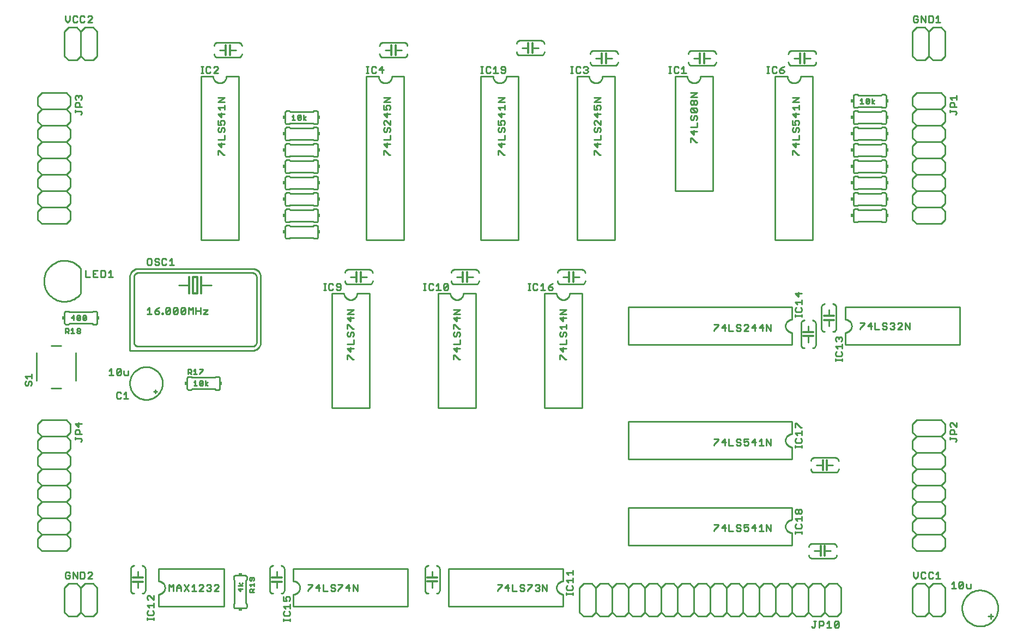
<source format=gtl>
G75*
%MOIN*%
%OFA0B0*%
%FSLAX24Y24*%
%IPPOS*%
%LPD*%
%AMOC8*
5,1,8,0,0,1.08239X$1,22.5*
%
%ADD10C,0.0100*%
%ADD11C,0.0120*%
%ADD12R,0.0150X0.0200*%
%ADD13R,0.0200X0.0150*%
D10*
X008208Y009110D02*
X008708Y009110D01*
X008958Y009360D01*
X008958Y010860D01*
X009208Y011110D01*
X009708Y011110D01*
X009958Y010860D01*
X009958Y009360D01*
X009708Y009110D01*
X009208Y009110D01*
X008958Y009360D01*
X008208Y009110D02*
X007958Y009360D01*
X007958Y010860D01*
X008208Y011110D01*
X008708Y011110D01*
X008958Y010860D01*
X008929Y011410D02*
X009129Y011410D01*
X009196Y011477D01*
X009196Y011744D01*
X009129Y011810D01*
X008929Y011810D01*
X008929Y011410D01*
X008736Y011410D02*
X008736Y011810D01*
X008469Y011810D02*
X008736Y011410D01*
X008469Y011410D02*
X008469Y011810D01*
X008275Y011744D02*
X008209Y011810D01*
X008075Y011810D01*
X008008Y011744D01*
X008008Y011477D01*
X008075Y011410D01*
X008209Y011410D01*
X008275Y011477D01*
X008275Y011610D01*
X008142Y011610D01*
X009390Y011744D02*
X009456Y011810D01*
X009590Y011810D01*
X009656Y011744D01*
X009656Y011677D01*
X009390Y011410D01*
X009656Y011410D01*
X008083Y013110D02*
X006583Y013110D01*
X006333Y013360D01*
X006333Y013860D01*
X006583Y014110D01*
X008083Y014110D01*
X008333Y013860D01*
X008333Y013360D01*
X008083Y013110D01*
X008083Y014110D02*
X008333Y014360D01*
X008333Y014860D01*
X008083Y015110D01*
X006583Y015110D01*
X006333Y014860D01*
X006333Y014360D01*
X006583Y014110D01*
X006583Y015110D02*
X006333Y015360D01*
X006333Y015860D01*
X006583Y016110D01*
X008083Y016110D01*
X008333Y015860D01*
X008333Y015360D01*
X008083Y015110D01*
X008083Y016110D02*
X008333Y016360D01*
X008333Y016860D01*
X008083Y017110D01*
X006583Y017110D01*
X006333Y016860D01*
X006333Y016360D01*
X006583Y016110D01*
X006583Y017110D02*
X006333Y017360D01*
X006333Y017860D01*
X006583Y018110D01*
X008083Y018110D01*
X008333Y017860D01*
X008333Y017360D01*
X008083Y017110D01*
X008083Y018110D02*
X008333Y018360D01*
X008333Y018860D01*
X008083Y019110D01*
X006583Y019110D01*
X006333Y018860D01*
X006333Y018360D01*
X006583Y018110D01*
X006583Y019110D02*
X006333Y019360D01*
X006333Y019860D01*
X006583Y020110D01*
X008083Y020110D01*
X008333Y019860D01*
X008333Y019360D01*
X008083Y019110D01*
X008633Y019912D02*
X008633Y020046D01*
X008633Y019979D02*
X008967Y019979D01*
X009033Y019912D01*
X009033Y019846D01*
X008967Y019779D01*
X009033Y020239D02*
X008633Y020239D01*
X008633Y020439D01*
X008700Y020506D01*
X008833Y020506D01*
X008900Y020439D01*
X008900Y020239D01*
X008833Y020700D02*
X008833Y020966D01*
X008633Y020900D02*
X008833Y020700D01*
X009033Y020900D02*
X008633Y020900D01*
X008333Y020860D02*
X008333Y020360D01*
X008083Y020110D01*
X008333Y020860D02*
X008083Y021110D01*
X006583Y021110D01*
X006333Y020860D01*
X006333Y020360D01*
X006583Y020110D01*
X007158Y023060D02*
X007758Y023060D01*
X008658Y023510D02*
X008658Y025210D01*
X007758Y025660D02*
X007158Y025660D01*
X006258Y025210D02*
X006258Y023510D01*
X005958Y023410D02*
X005958Y023277D01*
X005892Y023210D01*
X005758Y023277D02*
X005758Y023410D01*
X005825Y023477D01*
X005892Y023477D01*
X005958Y023410D01*
X005758Y023277D02*
X005691Y023210D01*
X005625Y023210D01*
X005558Y023277D01*
X005558Y023410D01*
X005625Y023477D01*
X005691Y023670D02*
X005558Y023804D01*
X005958Y023804D01*
X005958Y023937D02*
X005958Y023670D01*
X008008Y026420D02*
X008008Y026710D01*
X008153Y026710D01*
X008202Y026662D01*
X008202Y026565D01*
X008153Y026517D01*
X008008Y026517D01*
X008105Y026517D02*
X008202Y026420D01*
X008367Y026420D02*
X008561Y026420D01*
X008464Y026420D02*
X008464Y026710D01*
X008367Y026613D01*
X008727Y026613D02*
X008775Y026565D01*
X008872Y026565D01*
X008920Y026517D01*
X008920Y026468D01*
X008872Y026420D01*
X008775Y026420D01*
X008727Y026468D01*
X008727Y026517D01*
X008775Y026565D01*
X008727Y026613D02*
X008727Y026662D01*
X008775Y026710D01*
X008872Y026710D01*
X008920Y026662D01*
X008920Y026613D01*
X008872Y026565D01*
X008258Y027010D02*
X009658Y027010D01*
X009708Y026960D01*
X009858Y026960D01*
X009875Y026962D01*
X009892Y026966D01*
X009908Y026973D01*
X009922Y026983D01*
X009935Y026996D01*
X009945Y027010D01*
X009952Y027026D01*
X009956Y027043D01*
X009958Y027060D01*
X009958Y027660D01*
X009956Y027677D01*
X009952Y027694D01*
X009945Y027710D01*
X009935Y027724D01*
X009922Y027737D01*
X009908Y027747D01*
X009892Y027754D01*
X009875Y027758D01*
X009858Y027760D01*
X009708Y027760D01*
X009658Y027710D01*
X008258Y027710D01*
X008208Y027760D01*
X008058Y027760D01*
X008041Y027758D01*
X008024Y027754D01*
X008008Y027747D01*
X007994Y027737D01*
X007981Y027724D01*
X007971Y027710D01*
X007964Y027694D01*
X007960Y027677D01*
X007958Y027660D01*
X007958Y027060D01*
X007960Y027043D01*
X007964Y027026D01*
X007971Y027010D01*
X007981Y026996D01*
X007994Y026983D01*
X008008Y026973D01*
X008024Y026966D01*
X008041Y026962D01*
X008058Y026960D01*
X008208Y026960D01*
X008258Y027010D01*
X008513Y027220D02*
X008513Y027510D01*
X008368Y027365D01*
X008562Y027365D01*
X008727Y027268D02*
X008921Y027462D01*
X008921Y027268D01*
X008873Y027220D01*
X008776Y027220D01*
X008727Y027268D01*
X008727Y027462D01*
X008776Y027510D01*
X008873Y027510D01*
X008921Y027462D01*
X009087Y027462D02*
X009135Y027510D01*
X009232Y027510D01*
X009280Y027462D01*
X009087Y027268D01*
X009135Y027220D01*
X009232Y027220D01*
X009280Y027268D01*
X009280Y027462D01*
X009087Y027462D02*
X009087Y027268D01*
X008958Y028860D02*
X008958Y030360D01*
X009258Y030270D02*
X009258Y029870D01*
X009525Y029870D01*
X009719Y029870D02*
X009986Y029870D01*
X010179Y029870D02*
X010379Y029870D01*
X010446Y029937D01*
X010446Y030204D01*
X010379Y030270D01*
X010179Y030270D01*
X010179Y029870D01*
X009852Y030070D02*
X009719Y030070D01*
X009719Y030270D02*
X009719Y029870D01*
X009719Y030270D02*
X009986Y030270D01*
X010640Y030137D02*
X010773Y030270D01*
X010773Y029870D01*
X010640Y029870D02*
X010906Y029870D01*
X011958Y029860D02*
X011958Y025360D01*
X019458Y025360D01*
X019458Y025610D02*
X012458Y025610D01*
X012428Y025612D01*
X012398Y025617D01*
X012369Y025626D01*
X012342Y025639D01*
X012316Y025654D01*
X012292Y025673D01*
X012271Y025694D01*
X012252Y025718D01*
X012237Y025744D01*
X012224Y025771D01*
X012215Y025800D01*
X012210Y025830D01*
X012208Y025860D01*
X012208Y029860D01*
X011958Y029860D02*
X011960Y029904D01*
X011966Y029947D01*
X011975Y029989D01*
X011988Y030031D01*
X012005Y030071D01*
X012025Y030110D01*
X012048Y030147D01*
X012075Y030181D01*
X012104Y030214D01*
X012137Y030243D01*
X012171Y030270D01*
X012208Y030293D01*
X012247Y030313D01*
X012287Y030330D01*
X012329Y030343D01*
X012371Y030352D01*
X012414Y030358D01*
X012458Y030360D01*
X019458Y030360D01*
X019458Y030110D02*
X012458Y030110D01*
X012428Y030108D01*
X012398Y030103D01*
X012369Y030094D01*
X012342Y030081D01*
X012316Y030066D01*
X012292Y030047D01*
X012271Y030026D01*
X012252Y030002D01*
X012237Y029976D01*
X012224Y029949D01*
X012215Y029920D01*
X012210Y029890D01*
X012208Y029860D01*
X013008Y030667D02*
X013075Y030600D01*
X013209Y030600D01*
X013275Y030667D01*
X013275Y030934D01*
X013209Y031000D01*
X013075Y031000D01*
X013008Y030934D01*
X013008Y030667D01*
X013469Y030667D02*
X013535Y030600D01*
X013669Y030600D01*
X013736Y030667D01*
X013736Y030733D01*
X013669Y030800D01*
X013535Y030800D01*
X013469Y030867D01*
X013469Y030934D01*
X013535Y031000D01*
X013669Y031000D01*
X013736Y030934D01*
X013929Y030934D02*
X013929Y030667D01*
X013996Y030600D01*
X014129Y030600D01*
X014196Y030667D01*
X014390Y030600D02*
X014656Y030600D01*
X014523Y030600D02*
X014523Y031000D01*
X014390Y030867D01*
X014196Y030934D02*
X014129Y031000D01*
X013996Y031000D01*
X013929Y030934D01*
X014958Y029360D02*
X015588Y029360D01*
X016328Y029360D02*
X016958Y029360D01*
X016728Y027857D02*
X016461Y027857D01*
X016268Y027790D02*
X016001Y027790D01*
X016001Y027590D02*
X016001Y027990D01*
X015807Y027990D02*
X015807Y027590D01*
X015540Y027590D02*
X015540Y027990D01*
X015674Y027857D01*
X015807Y027990D01*
X016268Y027990D02*
X016268Y027590D01*
X016461Y027590D02*
X016728Y027590D01*
X016728Y027857D02*
X016461Y027590D01*
X015347Y027657D02*
X015280Y027590D01*
X015147Y027590D01*
X015080Y027657D01*
X015347Y027924D01*
X015347Y027657D01*
X015347Y027924D02*
X015280Y027990D01*
X015147Y027990D01*
X015080Y027924D01*
X015080Y027657D01*
X014887Y027657D02*
X014820Y027590D01*
X014686Y027590D01*
X014620Y027657D01*
X014887Y027924D01*
X014887Y027657D01*
X014887Y027924D02*
X014820Y027990D01*
X014686Y027990D01*
X014620Y027924D01*
X014620Y027657D01*
X014426Y027657D02*
X014359Y027590D01*
X014226Y027590D01*
X014159Y027657D01*
X014426Y027924D01*
X014426Y027657D01*
X014426Y027924D02*
X014359Y027990D01*
X014226Y027990D01*
X014159Y027924D01*
X014159Y027657D01*
X013996Y027657D02*
X013996Y027590D01*
X013929Y027590D01*
X013929Y027657D01*
X013996Y027657D01*
X013736Y027657D02*
X013736Y027723D01*
X013669Y027790D01*
X013469Y027790D01*
X013469Y027657D01*
X013535Y027590D01*
X013669Y027590D01*
X013736Y027657D01*
X013602Y027924D02*
X013736Y027990D01*
X013602Y027924D02*
X013469Y027790D01*
X013275Y027590D02*
X013008Y027590D01*
X013142Y027590D02*
X013142Y027990D01*
X013008Y027857D01*
X011865Y024127D02*
X011865Y023860D01*
X011665Y023860D01*
X011598Y023927D01*
X011598Y024127D01*
X011404Y024194D02*
X011138Y023927D01*
X011204Y023860D01*
X011338Y023860D01*
X011404Y023927D01*
X011404Y024194D01*
X011338Y024260D01*
X011204Y024260D01*
X011138Y024194D01*
X011138Y023927D01*
X010944Y023860D02*
X010677Y023860D01*
X010811Y023860D02*
X010811Y024260D01*
X010677Y024127D01*
X011204Y022810D02*
X011138Y022744D01*
X011138Y022477D01*
X011204Y022410D01*
X011338Y022410D01*
X011404Y022477D01*
X011598Y022410D02*
X011865Y022410D01*
X011731Y022410D02*
X011731Y022810D01*
X011598Y022677D01*
X011404Y022744D02*
X011338Y022810D01*
X011204Y022810D01*
X011958Y023360D02*
X011960Y023423D01*
X011966Y023485D01*
X011976Y023547D01*
X011989Y023609D01*
X012007Y023669D01*
X012028Y023728D01*
X012053Y023786D01*
X012082Y023842D01*
X012114Y023896D01*
X012149Y023948D01*
X012187Y023997D01*
X012229Y024045D01*
X012273Y024089D01*
X012321Y024131D01*
X012370Y024169D01*
X012422Y024204D01*
X012476Y024236D01*
X012532Y024265D01*
X012590Y024290D01*
X012649Y024311D01*
X012709Y024329D01*
X012771Y024342D01*
X012833Y024352D01*
X012895Y024358D01*
X012958Y024360D01*
X013021Y024358D01*
X013083Y024352D01*
X013145Y024342D01*
X013207Y024329D01*
X013267Y024311D01*
X013326Y024290D01*
X013384Y024265D01*
X013440Y024236D01*
X013494Y024204D01*
X013546Y024169D01*
X013595Y024131D01*
X013643Y024089D01*
X013687Y024045D01*
X013729Y023997D01*
X013767Y023948D01*
X013802Y023896D01*
X013834Y023842D01*
X013863Y023786D01*
X013888Y023728D01*
X013909Y023669D01*
X013927Y023609D01*
X013940Y023547D01*
X013950Y023485D01*
X013956Y023423D01*
X013958Y023360D01*
X013956Y023297D01*
X013950Y023235D01*
X013940Y023173D01*
X013927Y023111D01*
X013909Y023051D01*
X013888Y022992D01*
X013863Y022934D01*
X013834Y022878D01*
X013802Y022824D01*
X013767Y022772D01*
X013729Y022723D01*
X013687Y022675D01*
X013643Y022631D01*
X013595Y022589D01*
X013546Y022551D01*
X013494Y022516D01*
X013440Y022484D01*
X013384Y022455D01*
X013326Y022430D01*
X013267Y022409D01*
X013207Y022391D01*
X013145Y022378D01*
X013083Y022368D01*
X013021Y022362D01*
X012958Y022360D01*
X012895Y022362D01*
X012833Y022368D01*
X012771Y022378D01*
X012709Y022391D01*
X012649Y022409D01*
X012590Y022430D01*
X012532Y022455D01*
X012476Y022484D01*
X012422Y022516D01*
X012370Y022551D01*
X012321Y022589D01*
X012273Y022631D01*
X012229Y022675D01*
X012187Y022723D01*
X012149Y022772D01*
X012114Y022824D01*
X012082Y022878D01*
X012053Y022934D01*
X012028Y022992D01*
X012007Y023051D01*
X011989Y023111D01*
X011976Y023173D01*
X011966Y023235D01*
X011960Y023297D01*
X011958Y023360D01*
X013408Y022860D02*
X013508Y022860D01*
X013508Y022760D01*
X013508Y022860D02*
X013508Y022960D01*
X013508Y022860D02*
X013608Y022860D01*
X015458Y023060D02*
X015458Y023660D01*
X015460Y023677D01*
X015464Y023694D01*
X015471Y023710D01*
X015481Y023724D01*
X015494Y023737D01*
X015508Y023747D01*
X015524Y023754D01*
X015541Y023758D01*
X015558Y023760D01*
X015708Y023760D01*
X015758Y023710D01*
X017158Y023710D01*
X017208Y023760D01*
X017358Y023760D01*
X017375Y023758D01*
X017392Y023754D01*
X017408Y023747D01*
X017422Y023737D01*
X017435Y023724D01*
X017445Y023710D01*
X017452Y023694D01*
X017456Y023677D01*
X017458Y023660D01*
X017458Y023060D01*
X017456Y023043D01*
X017452Y023026D01*
X017445Y023010D01*
X017435Y022996D01*
X017422Y022983D01*
X017408Y022973D01*
X017392Y022966D01*
X017375Y022962D01*
X017358Y022960D01*
X017208Y022960D01*
X017158Y023010D01*
X015758Y023010D01*
X015708Y022960D01*
X015558Y022960D01*
X015541Y022962D01*
X015524Y022966D01*
X015508Y022973D01*
X015494Y022983D01*
X015481Y022996D01*
X015471Y023010D01*
X015464Y023026D01*
X015460Y023043D01*
X015458Y023060D01*
X015868Y023220D02*
X016062Y023220D01*
X015965Y023220D02*
X015965Y023510D01*
X015868Y023413D01*
X016227Y023462D02*
X016276Y023510D01*
X016373Y023510D01*
X016421Y023462D01*
X016227Y023268D01*
X016276Y023220D01*
X016373Y023220D01*
X016421Y023268D01*
X016421Y023462D01*
X016587Y023510D02*
X016587Y023220D01*
X016587Y023317D02*
X016732Y023220D01*
X016587Y023317D02*
X016732Y023413D01*
X016227Y023462D02*
X016227Y023268D01*
X016227Y023920D02*
X016227Y023968D01*
X016420Y024162D01*
X016420Y024210D01*
X016227Y024210D01*
X015964Y024210D02*
X015964Y023920D01*
X015867Y023920D02*
X016061Y023920D01*
X015867Y024113D02*
X015964Y024210D01*
X015702Y024162D02*
X015702Y024065D01*
X015653Y024017D01*
X015508Y024017D01*
X015508Y023920D02*
X015508Y024210D01*
X015653Y024210D01*
X015702Y024162D01*
X015605Y024017D02*
X015702Y023920D01*
X019458Y025610D02*
X019488Y025612D01*
X019518Y025617D01*
X019547Y025626D01*
X019574Y025639D01*
X019600Y025654D01*
X019624Y025673D01*
X019645Y025694D01*
X019664Y025718D01*
X019679Y025744D01*
X019692Y025771D01*
X019701Y025800D01*
X019706Y025830D01*
X019708Y025860D01*
X019708Y029860D01*
X019958Y029860D02*
X019956Y029904D01*
X019950Y029947D01*
X019941Y029989D01*
X019928Y030031D01*
X019911Y030071D01*
X019891Y030110D01*
X019868Y030147D01*
X019841Y030181D01*
X019812Y030214D01*
X019779Y030243D01*
X019745Y030270D01*
X019708Y030293D01*
X019669Y030313D01*
X019629Y030330D01*
X019587Y030343D01*
X019545Y030352D01*
X019502Y030358D01*
X019458Y030360D01*
X019458Y030110D02*
X019488Y030108D01*
X019518Y030103D01*
X019547Y030094D01*
X019574Y030081D01*
X019600Y030066D01*
X019624Y030047D01*
X019645Y030026D01*
X019664Y030002D01*
X019679Y029976D01*
X019692Y029949D01*
X019701Y029920D01*
X019706Y029890D01*
X019708Y029860D01*
X019958Y029860D02*
X019958Y025860D01*
X019956Y025816D01*
X019950Y025773D01*
X019941Y025731D01*
X019928Y025689D01*
X019911Y025649D01*
X019891Y025610D01*
X019868Y025573D01*
X019841Y025539D01*
X019812Y025506D01*
X019779Y025477D01*
X019745Y025450D01*
X019708Y025427D01*
X019669Y025407D01*
X019629Y025390D01*
X019587Y025377D01*
X019545Y025368D01*
X019502Y025362D01*
X019458Y025360D01*
X024308Y021860D02*
X026608Y021860D01*
X026608Y028860D01*
X025858Y028860D01*
X025856Y028821D01*
X025850Y028782D01*
X025841Y028744D01*
X025828Y028707D01*
X025811Y028671D01*
X025791Y028638D01*
X025767Y028606D01*
X025741Y028577D01*
X025712Y028551D01*
X025680Y028527D01*
X025647Y028507D01*
X025611Y028490D01*
X025574Y028477D01*
X025536Y028468D01*
X025497Y028462D01*
X025458Y028460D01*
X025419Y028462D01*
X025380Y028468D01*
X025342Y028477D01*
X025305Y028490D01*
X025269Y028507D01*
X025236Y028527D01*
X025204Y028551D01*
X025175Y028577D01*
X025149Y028606D01*
X025125Y028638D01*
X025105Y028671D01*
X025088Y028707D01*
X025075Y028744D01*
X025066Y028782D01*
X025060Y028821D01*
X025058Y028860D01*
X024308Y028860D01*
X024308Y021860D01*
X025258Y024837D02*
X025258Y025104D01*
X025325Y025104D01*
X025592Y024837D01*
X025658Y024837D01*
X025458Y025298D02*
X025458Y025565D01*
X025258Y025498D02*
X025458Y025298D01*
X025658Y025498D02*
X025258Y025498D01*
X025258Y025758D02*
X025658Y025758D01*
X025658Y026025D01*
X025592Y026218D02*
X025658Y026285D01*
X025658Y026419D01*
X025592Y026485D01*
X025525Y026485D01*
X025458Y026419D01*
X025458Y026285D01*
X025391Y026218D01*
X025325Y026218D01*
X025258Y026285D01*
X025258Y026419D01*
X025325Y026485D01*
X025258Y026679D02*
X025258Y026946D01*
X025325Y026946D01*
X025592Y026679D01*
X025658Y026679D01*
X025458Y027139D02*
X025458Y027406D01*
X025258Y027339D02*
X025458Y027139D01*
X025658Y027339D02*
X025258Y027339D01*
X025258Y027600D02*
X025658Y027866D01*
X025258Y027866D01*
X025258Y027600D02*
X025658Y027600D01*
X024776Y029060D02*
X024843Y029127D01*
X024843Y029394D01*
X024776Y029460D01*
X024642Y029460D01*
X024576Y029394D01*
X024576Y029327D01*
X024642Y029260D01*
X024843Y029260D01*
X024776Y029060D02*
X024642Y029060D01*
X024576Y029127D01*
X024382Y029127D02*
X024315Y029060D01*
X024182Y029060D01*
X024115Y029127D01*
X024115Y029394D01*
X024182Y029460D01*
X024315Y029460D01*
X024382Y029394D01*
X023942Y029460D02*
X023808Y029460D01*
X023875Y029460D02*
X023875Y029060D01*
X023808Y029060D02*
X023942Y029060D01*
X025308Y029410D02*
X026608Y029410D01*
X026634Y029412D01*
X026660Y029417D01*
X026685Y029425D01*
X026708Y029437D01*
X026730Y029451D01*
X026749Y029469D01*
X026767Y029488D01*
X026781Y029510D01*
X026793Y029533D01*
X026801Y029558D01*
X026806Y029584D01*
X026808Y029610D01*
X026458Y029860D02*
X026078Y029860D01*
X025828Y029860D02*
X025458Y029860D01*
X025108Y030110D02*
X025110Y030136D01*
X025115Y030162D01*
X025123Y030187D01*
X025135Y030210D01*
X025149Y030232D01*
X025167Y030251D01*
X025186Y030269D01*
X025208Y030283D01*
X025231Y030295D01*
X025256Y030303D01*
X025282Y030308D01*
X025308Y030310D01*
X026608Y030310D01*
X026634Y030308D01*
X026660Y030303D01*
X026685Y030295D01*
X026708Y030283D01*
X026730Y030269D01*
X026749Y030251D01*
X026767Y030232D01*
X026781Y030210D01*
X026793Y030187D01*
X026801Y030162D01*
X026806Y030136D01*
X026808Y030110D01*
X025308Y029410D02*
X025282Y029412D01*
X025256Y029417D01*
X025231Y029425D01*
X025208Y029437D01*
X025186Y029451D01*
X025167Y029469D01*
X025149Y029488D01*
X025135Y029510D01*
X025123Y029533D01*
X025115Y029558D01*
X025110Y029584D01*
X025108Y029610D01*
X026433Y032110D02*
X028733Y032110D01*
X028733Y042110D01*
X027983Y042110D01*
X027981Y042071D01*
X027975Y042032D01*
X027966Y041994D01*
X027953Y041957D01*
X027936Y041921D01*
X027916Y041888D01*
X027892Y041856D01*
X027866Y041827D01*
X027837Y041801D01*
X027805Y041777D01*
X027772Y041757D01*
X027736Y041740D01*
X027699Y041727D01*
X027661Y041718D01*
X027622Y041712D01*
X027583Y041710D01*
X027544Y041712D01*
X027505Y041718D01*
X027467Y041727D01*
X027430Y041740D01*
X027394Y041757D01*
X027361Y041777D01*
X027329Y041801D01*
X027300Y041827D01*
X027274Y041856D01*
X027250Y041888D01*
X027230Y041921D01*
X027213Y041957D01*
X027200Y041994D01*
X027191Y042032D01*
X027185Y042071D01*
X027183Y042110D01*
X026433Y042110D01*
X026433Y032110D01*
X023458Y032310D02*
X023458Y032910D01*
X023456Y032927D01*
X023452Y032944D01*
X023445Y032960D01*
X023435Y032974D01*
X023422Y032987D01*
X023408Y032997D01*
X023392Y033004D01*
X023375Y033008D01*
X023358Y033010D01*
X023208Y033010D01*
X023158Y032960D01*
X021758Y032960D01*
X021708Y033010D01*
X021558Y033010D01*
X021541Y033008D01*
X021524Y033004D01*
X021508Y032997D01*
X021494Y032987D01*
X021481Y032974D01*
X021471Y032960D01*
X021464Y032944D01*
X021460Y032927D01*
X021458Y032910D01*
X021458Y032310D01*
X021460Y032293D01*
X021464Y032276D01*
X021471Y032260D01*
X021481Y032246D01*
X021494Y032233D01*
X021508Y032223D01*
X021524Y032216D01*
X021541Y032212D01*
X021558Y032210D01*
X021708Y032210D01*
X021758Y032260D01*
X023158Y032260D01*
X023208Y032210D01*
X023358Y032210D01*
X023375Y032212D01*
X023392Y032216D01*
X023408Y032223D01*
X023422Y032233D01*
X023435Y032246D01*
X023445Y032260D01*
X023452Y032276D01*
X023456Y032293D01*
X023458Y032310D01*
X023358Y033210D02*
X023208Y033210D01*
X023158Y033260D01*
X021758Y033260D01*
X021708Y033210D01*
X021558Y033210D01*
X021541Y033212D01*
X021524Y033216D01*
X021508Y033223D01*
X021494Y033233D01*
X021481Y033246D01*
X021471Y033260D01*
X021464Y033276D01*
X021460Y033293D01*
X021458Y033310D01*
X021458Y033910D01*
X021460Y033927D01*
X021464Y033944D01*
X021471Y033960D01*
X021481Y033974D01*
X021494Y033987D01*
X021508Y033997D01*
X021524Y034004D01*
X021541Y034008D01*
X021558Y034010D01*
X021708Y034010D01*
X021758Y033960D01*
X023158Y033960D01*
X023208Y034010D01*
X023358Y034010D01*
X023375Y034008D01*
X023392Y034004D01*
X023408Y033997D01*
X023422Y033987D01*
X023435Y033974D01*
X023445Y033960D01*
X023452Y033944D01*
X023456Y033927D01*
X023458Y033910D01*
X023458Y033310D01*
X023456Y033293D01*
X023452Y033276D01*
X023445Y033260D01*
X023435Y033246D01*
X023422Y033233D01*
X023408Y033223D01*
X023392Y033216D01*
X023375Y033212D01*
X023358Y033210D01*
X023358Y034210D02*
X023208Y034210D01*
X023158Y034260D01*
X021758Y034260D01*
X021708Y034210D01*
X021558Y034210D01*
X021541Y034212D01*
X021524Y034216D01*
X021508Y034223D01*
X021494Y034233D01*
X021481Y034246D01*
X021471Y034260D01*
X021464Y034276D01*
X021460Y034293D01*
X021458Y034310D01*
X021458Y034910D01*
X021460Y034927D01*
X021464Y034944D01*
X021471Y034960D01*
X021481Y034974D01*
X021494Y034987D01*
X021508Y034997D01*
X021524Y035004D01*
X021541Y035008D01*
X021558Y035010D01*
X021708Y035010D01*
X021758Y034960D01*
X023158Y034960D01*
X023208Y035010D01*
X023358Y035010D01*
X023375Y035008D01*
X023392Y035004D01*
X023408Y034997D01*
X023422Y034987D01*
X023435Y034974D01*
X023445Y034960D01*
X023452Y034944D01*
X023456Y034927D01*
X023458Y034910D01*
X023458Y034310D01*
X023456Y034293D01*
X023452Y034276D01*
X023445Y034260D01*
X023435Y034246D01*
X023422Y034233D01*
X023408Y034223D01*
X023392Y034216D01*
X023375Y034212D01*
X023358Y034210D01*
X023358Y035210D02*
X023208Y035210D01*
X023158Y035260D01*
X021758Y035260D01*
X021708Y035210D01*
X021558Y035210D01*
X021541Y035212D01*
X021524Y035216D01*
X021508Y035223D01*
X021494Y035233D01*
X021481Y035246D01*
X021471Y035260D01*
X021464Y035276D01*
X021460Y035293D01*
X021458Y035310D01*
X021458Y035910D01*
X021460Y035927D01*
X021464Y035944D01*
X021471Y035960D01*
X021481Y035974D01*
X021494Y035987D01*
X021508Y035997D01*
X021524Y036004D01*
X021541Y036008D01*
X021558Y036010D01*
X021708Y036010D01*
X021758Y035960D01*
X023158Y035960D01*
X023208Y036010D01*
X023358Y036010D01*
X023375Y036008D01*
X023392Y036004D01*
X023408Y035997D01*
X023422Y035987D01*
X023435Y035974D01*
X023445Y035960D01*
X023452Y035944D01*
X023456Y035927D01*
X023458Y035910D01*
X023458Y035310D01*
X023456Y035293D01*
X023452Y035276D01*
X023445Y035260D01*
X023435Y035246D01*
X023422Y035233D01*
X023408Y035223D01*
X023392Y035216D01*
X023375Y035212D01*
X023358Y035210D01*
X023358Y036210D02*
X023208Y036210D01*
X023158Y036260D01*
X021758Y036260D01*
X021708Y036210D01*
X021558Y036210D01*
X021541Y036212D01*
X021524Y036216D01*
X021508Y036223D01*
X021494Y036233D01*
X021481Y036246D01*
X021471Y036260D01*
X021464Y036276D01*
X021460Y036293D01*
X021458Y036310D01*
X021458Y036910D01*
X021460Y036927D01*
X021464Y036944D01*
X021471Y036960D01*
X021481Y036974D01*
X021494Y036987D01*
X021508Y036997D01*
X021524Y037004D01*
X021541Y037008D01*
X021558Y037010D01*
X021708Y037010D01*
X021758Y036960D01*
X023158Y036960D01*
X023208Y037010D01*
X023358Y037010D01*
X023375Y037008D01*
X023392Y037004D01*
X023408Y036997D01*
X023422Y036987D01*
X023435Y036974D01*
X023445Y036960D01*
X023452Y036944D01*
X023456Y036927D01*
X023458Y036910D01*
X023458Y036310D01*
X023456Y036293D01*
X023452Y036276D01*
X023445Y036260D01*
X023435Y036246D01*
X023422Y036233D01*
X023408Y036223D01*
X023392Y036216D01*
X023375Y036212D01*
X023358Y036210D01*
X023358Y037210D02*
X023208Y037210D01*
X023158Y037260D01*
X021758Y037260D01*
X021708Y037210D01*
X021558Y037210D01*
X021541Y037212D01*
X021524Y037216D01*
X021508Y037223D01*
X021494Y037233D01*
X021481Y037246D01*
X021471Y037260D01*
X021464Y037276D01*
X021460Y037293D01*
X021458Y037310D01*
X021458Y037910D01*
X021460Y037927D01*
X021464Y037944D01*
X021471Y037960D01*
X021481Y037974D01*
X021494Y037987D01*
X021508Y037997D01*
X021524Y038004D01*
X021541Y038008D01*
X021558Y038010D01*
X021708Y038010D01*
X021758Y037960D01*
X023158Y037960D01*
X023208Y038010D01*
X023358Y038010D01*
X023375Y038008D01*
X023392Y038004D01*
X023408Y037997D01*
X023422Y037987D01*
X023435Y037974D01*
X023445Y037960D01*
X023452Y037944D01*
X023456Y037927D01*
X023458Y037910D01*
X023458Y037310D01*
X023456Y037293D01*
X023452Y037276D01*
X023445Y037260D01*
X023435Y037246D01*
X023422Y037233D01*
X023408Y037223D01*
X023392Y037216D01*
X023375Y037212D01*
X023358Y037210D01*
X023358Y038210D02*
X023208Y038210D01*
X023158Y038260D01*
X021758Y038260D01*
X021708Y038210D01*
X021558Y038210D01*
X021541Y038212D01*
X021524Y038216D01*
X021508Y038223D01*
X021494Y038233D01*
X021481Y038246D01*
X021471Y038260D01*
X021464Y038276D01*
X021460Y038293D01*
X021458Y038310D01*
X021458Y038910D01*
X021460Y038927D01*
X021464Y038944D01*
X021471Y038960D01*
X021481Y038974D01*
X021494Y038987D01*
X021508Y038997D01*
X021524Y039004D01*
X021541Y039008D01*
X021558Y039010D01*
X021708Y039010D01*
X021758Y038960D01*
X023158Y038960D01*
X023208Y039010D01*
X023358Y039010D01*
X023375Y039008D01*
X023392Y039004D01*
X023408Y038997D01*
X023422Y038987D01*
X023435Y038974D01*
X023445Y038960D01*
X023452Y038944D01*
X023456Y038927D01*
X023458Y038910D01*
X023458Y038310D01*
X023456Y038293D01*
X023452Y038276D01*
X023445Y038260D01*
X023435Y038246D01*
X023422Y038233D01*
X023408Y038223D01*
X023392Y038216D01*
X023375Y038212D01*
X023358Y038210D01*
X023358Y039210D02*
X023208Y039210D01*
X023158Y039260D01*
X021758Y039260D01*
X021708Y039210D01*
X021558Y039210D01*
X021541Y039212D01*
X021524Y039216D01*
X021508Y039223D01*
X021494Y039233D01*
X021481Y039246D01*
X021471Y039260D01*
X021464Y039276D01*
X021460Y039293D01*
X021458Y039310D01*
X021458Y039910D01*
X021460Y039927D01*
X021464Y039944D01*
X021471Y039960D01*
X021481Y039974D01*
X021494Y039987D01*
X021508Y039997D01*
X021524Y040004D01*
X021541Y040008D01*
X021558Y040010D01*
X021708Y040010D01*
X021758Y039960D01*
X023158Y039960D01*
X023208Y040010D01*
X023358Y040010D01*
X023375Y040008D01*
X023392Y040004D01*
X023408Y039997D01*
X023422Y039987D01*
X023435Y039974D01*
X023445Y039960D01*
X023452Y039944D01*
X023456Y039927D01*
X023458Y039910D01*
X023458Y039310D01*
X023456Y039293D01*
X023452Y039276D01*
X023445Y039260D01*
X023435Y039246D01*
X023422Y039233D01*
X023408Y039223D01*
X023392Y039216D01*
X023375Y039212D01*
X023358Y039210D01*
X022732Y039470D02*
X022587Y039567D01*
X022732Y039663D01*
X022587Y039760D02*
X022587Y039470D01*
X022421Y039518D02*
X022373Y039470D01*
X022276Y039470D01*
X022227Y039518D01*
X022421Y039712D01*
X022421Y039518D01*
X022227Y039518D02*
X022227Y039712D01*
X022276Y039760D01*
X022373Y039760D01*
X022421Y039712D01*
X022062Y039470D02*
X021868Y039470D01*
X021965Y039470D02*
X021965Y039760D01*
X021868Y039663D01*
X018608Y042110D02*
X017858Y042110D01*
X017856Y042071D01*
X017850Y042032D01*
X017841Y041994D01*
X017828Y041957D01*
X017811Y041921D01*
X017791Y041888D01*
X017767Y041856D01*
X017741Y041827D01*
X017712Y041801D01*
X017680Y041777D01*
X017647Y041757D01*
X017611Y041740D01*
X017574Y041727D01*
X017536Y041718D01*
X017497Y041712D01*
X017458Y041710D01*
X017419Y041712D01*
X017380Y041718D01*
X017342Y041727D01*
X017305Y041740D01*
X017269Y041757D01*
X017236Y041777D01*
X017204Y041801D01*
X017175Y041827D01*
X017149Y041856D01*
X017125Y041888D01*
X017105Y041921D01*
X017088Y041957D01*
X017075Y041994D01*
X017066Y042032D01*
X017060Y042071D01*
X017058Y042110D01*
X016308Y042110D01*
X016308Y032110D01*
X018608Y032110D01*
X018608Y042110D01*
X017343Y042310D02*
X017076Y042310D01*
X017343Y042577D01*
X017343Y042644D01*
X017276Y042710D01*
X017142Y042710D01*
X017076Y042644D01*
X016882Y042644D02*
X016815Y042710D01*
X016682Y042710D01*
X016615Y042644D01*
X016615Y042377D01*
X016682Y042310D01*
X016815Y042310D01*
X016882Y042377D01*
X016442Y042310D02*
X016308Y042310D01*
X016375Y042310D02*
X016375Y042710D01*
X016308Y042710D02*
X016442Y042710D01*
X017308Y043285D02*
X018608Y043285D01*
X018634Y043287D01*
X018660Y043292D01*
X018685Y043300D01*
X018708Y043312D01*
X018730Y043326D01*
X018749Y043344D01*
X018767Y043363D01*
X018781Y043385D01*
X018793Y043408D01*
X018801Y043433D01*
X018806Y043459D01*
X018808Y043485D01*
X018458Y043735D02*
X018078Y043735D01*
X017828Y043735D02*
X017458Y043735D01*
X017108Y043485D02*
X017110Y043459D01*
X017115Y043433D01*
X017123Y043408D01*
X017135Y043385D01*
X017149Y043363D01*
X017167Y043344D01*
X017186Y043326D01*
X017208Y043312D01*
X017231Y043300D01*
X017256Y043292D01*
X017282Y043287D01*
X017308Y043285D01*
X017108Y043985D02*
X017110Y044011D01*
X017115Y044037D01*
X017123Y044062D01*
X017135Y044085D01*
X017149Y044107D01*
X017167Y044126D01*
X017186Y044144D01*
X017208Y044158D01*
X017231Y044170D01*
X017256Y044178D01*
X017282Y044183D01*
X017308Y044185D01*
X018608Y044185D01*
X018634Y044183D01*
X018660Y044178D01*
X018685Y044170D01*
X018708Y044158D01*
X018730Y044144D01*
X018749Y044126D01*
X018767Y044107D01*
X018781Y044085D01*
X018793Y044062D01*
X018801Y044037D01*
X018806Y044011D01*
X018808Y043985D01*
X017758Y040816D02*
X017358Y040816D01*
X017358Y040550D02*
X017758Y040816D01*
X017758Y040550D02*
X017358Y040550D01*
X017358Y040223D02*
X017758Y040223D01*
X017758Y040356D02*
X017758Y040089D01*
X017758Y039829D02*
X017358Y039829D01*
X017558Y039629D01*
X017558Y039896D01*
X017491Y040089D02*
X017358Y040223D01*
X017358Y039435D02*
X017358Y039168D01*
X017558Y039168D01*
X017491Y039302D01*
X017491Y039369D01*
X017558Y039435D01*
X017692Y039435D01*
X017758Y039369D01*
X017758Y039235D01*
X017692Y039168D01*
X017692Y038975D02*
X017758Y038908D01*
X017758Y038775D01*
X017692Y038708D01*
X017558Y038775D02*
X017558Y038908D01*
X017625Y038975D01*
X017692Y038975D01*
X017558Y038775D02*
X017491Y038708D01*
X017425Y038708D01*
X017358Y038775D01*
X017358Y038908D01*
X017425Y038975D01*
X017758Y038515D02*
X017758Y038248D01*
X017358Y038248D01*
X017358Y037987D02*
X017558Y037787D01*
X017558Y038054D01*
X017758Y037987D02*
X017358Y037987D01*
X017358Y037594D02*
X017425Y037594D01*
X017692Y037327D01*
X017758Y037327D01*
X017358Y037327D02*
X017358Y037594D01*
X009958Y043360D02*
X009958Y044860D01*
X009708Y045110D01*
X009208Y045110D01*
X008958Y044860D01*
X008958Y043360D01*
X009208Y043110D01*
X009708Y043110D01*
X009958Y043360D01*
X008958Y043360D02*
X008708Y043110D01*
X008208Y043110D01*
X007958Y043360D01*
X007958Y044860D01*
X008208Y045110D01*
X008708Y045110D01*
X008958Y044860D01*
X008996Y045410D02*
X009129Y045410D01*
X009196Y045477D01*
X009390Y045410D02*
X009656Y045677D01*
X009656Y045744D01*
X009590Y045810D01*
X009456Y045810D01*
X009390Y045744D01*
X009196Y045744D02*
X009129Y045810D01*
X008996Y045810D01*
X008929Y045744D01*
X008929Y045477D01*
X008996Y045410D01*
X008736Y045477D02*
X008669Y045410D01*
X008535Y045410D01*
X008469Y045477D01*
X008469Y045744D01*
X008535Y045810D01*
X008669Y045810D01*
X008736Y045744D01*
X008275Y045810D02*
X008275Y045543D01*
X008142Y045410D01*
X008008Y045543D01*
X008008Y045810D01*
X009390Y045410D02*
X009656Y045410D01*
X008967Y040966D02*
X009033Y040900D01*
X009033Y040766D01*
X008967Y040700D01*
X008833Y040833D02*
X008833Y040900D01*
X008900Y040966D01*
X008967Y040966D01*
X008833Y040900D02*
X008766Y040966D01*
X008700Y040966D01*
X008633Y040900D01*
X008633Y040766D01*
X008700Y040700D01*
X008700Y040506D02*
X008833Y040506D01*
X008900Y040439D01*
X008900Y040239D01*
X009033Y040239D02*
X008633Y040239D01*
X008633Y040439D01*
X008700Y040506D01*
X008333Y040360D02*
X008083Y040110D01*
X006583Y040110D01*
X006333Y039860D01*
X006333Y039360D01*
X006583Y039110D01*
X008083Y039110D01*
X008333Y038860D01*
X008333Y038360D01*
X008083Y038110D01*
X006583Y038110D01*
X006333Y037860D01*
X006333Y037360D01*
X006583Y037110D01*
X008083Y037110D01*
X008333Y036860D01*
X008333Y036360D01*
X008083Y036110D01*
X006583Y036110D01*
X006333Y035860D01*
X006333Y035360D01*
X006583Y035110D01*
X008083Y035110D01*
X008333Y034860D01*
X008333Y034360D01*
X008083Y034110D01*
X008333Y033860D01*
X008333Y033360D01*
X008083Y033110D01*
X006583Y033110D01*
X006333Y033360D01*
X006333Y033860D01*
X006583Y034110D01*
X008083Y034110D01*
X008083Y035110D02*
X008333Y035360D01*
X008333Y035860D01*
X008083Y036110D01*
X008083Y037110D02*
X008333Y037360D01*
X008333Y037860D01*
X008083Y038110D01*
X008083Y039110D02*
X008333Y039360D01*
X008333Y039860D01*
X008083Y040110D01*
X008333Y040360D02*
X008333Y040860D01*
X008083Y041110D01*
X006583Y041110D01*
X006333Y040860D01*
X006333Y040360D01*
X006583Y040110D01*
X006583Y039110D02*
X006333Y038860D01*
X006333Y038360D01*
X006583Y038110D01*
X006583Y037110D02*
X006333Y036860D01*
X006333Y036360D01*
X006583Y036110D01*
X006583Y035110D02*
X006333Y034860D01*
X006333Y034360D01*
X006583Y034110D01*
X008958Y030360D02*
X008915Y030414D01*
X008869Y030466D01*
X008820Y030515D01*
X008768Y030562D01*
X008714Y030605D01*
X008658Y030646D01*
X008599Y030683D01*
X008539Y030717D01*
X008476Y030747D01*
X008413Y030774D01*
X008347Y030798D01*
X008281Y030818D01*
X008213Y030834D01*
X008145Y030846D01*
X008076Y030854D01*
X008007Y030859D01*
X007937Y030860D01*
X007868Y030857D01*
X007799Y030850D01*
X007731Y030839D01*
X007663Y030825D01*
X007596Y030806D01*
X007530Y030784D01*
X007465Y030759D01*
X007402Y030730D01*
X007341Y030697D01*
X007282Y030661D01*
X007225Y030622D01*
X007169Y030580D01*
X007117Y030535D01*
X007067Y030487D01*
X007020Y030436D01*
X006975Y030382D01*
X006934Y030327D01*
X006896Y030269D01*
X006861Y030209D01*
X006829Y030147D01*
X006801Y030084D01*
X006777Y030019D01*
X006756Y029953D01*
X006739Y029885D01*
X006725Y029817D01*
X006716Y029748D01*
X006710Y029679D01*
X006708Y029610D01*
X006710Y029541D01*
X006716Y029472D01*
X006725Y029403D01*
X006739Y029335D01*
X006756Y029267D01*
X006777Y029201D01*
X006801Y029136D01*
X006829Y029073D01*
X006861Y029011D01*
X006896Y028951D01*
X006934Y028893D01*
X006975Y028838D01*
X007020Y028784D01*
X007067Y028733D01*
X007117Y028685D01*
X007169Y028640D01*
X007225Y028598D01*
X007282Y028559D01*
X007341Y028523D01*
X007402Y028490D01*
X007465Y028461D01*
X007530Y028436D01*
X007596Y028414D01*
X007663Y028395D01*
X007731Y028381D01*
X007799Y028370D01*
X007868Y028363D01*
X007937Y028360D01*
X008007Y028361D01*
X008076Y028366D01*
X008145Y028374D01*
X008213Y028386D01*
X008281Y028402D01*
X008347Y028422D01*
X008413Y028446D01*
X008476Y028473D01*
X008539Y028503D01*
X008599Y028537D01*
X008658Y028574D01*
X008714Y028615D01*
X008768Y028658D01*
X008820Y028705D01*
X008869Y028754D01*
X008915Y028806D01*
X008958Y028860D01*
X008967Y039779D02*
X009033Y039846D01*
X009033Y039912D01*
X008967Y039979D01*
X008633Y039979D01*
X008633Y039912D02*
X008633Y040046D01*
X026433Y042310D02*
X026567Y042310D01*
X026500Y042310D02*
X026500Y042710D01*
X026433Y042710D02*
X026567Y042710D01*
X026740Y042644D02*
X026740Y042377D01*
X026807Y042310D01*
X026940Y042310D01*
X027007Y042377D01*
X027201Y042510D02*
X027468Y042510D01*
X027401Y042310D02*
X027401Y042710D01*
X027201Y042510D01*
X027007Y042644D02*
X026940Y042710D01*
X026807Y042710D01*
X026740Y042644D01*
X027433Y043285D02*
X028733Y043285D01*
X028759Y043287D01*
X028785Y043292D01*
X028810Y043300D01*
X028833Y043312D01*
X028855Y043326D01*
X028874Y043344D01*
X028892Y043363D01*
X028906Y043385D01*
X028918Y043408D01*
X028926Y043433D01*
X028931Y043459D01*
X028933Y043485D01*
X028583Y043735D02*
X028203Y043735D01*
X027953Y043735D02*
X027583Y043735D01*
X027233Y043485D02*
X027235Y043459D01*
X027240Y043433D01*
X027248Y043408D01*
X027260Y043385D01*
X027274Y043363D01*
X027292Y043344D01*
X027311Y043326D01*
X027333Y043312D01*
X027356Y043300D01*
X027381Y043292D01*
X027407Y043287D01*
X027433Y043285D01*
X027233Y043985D02*
X027235Y044011D01*
X027240Y044037D01*
X027248Y044062D01*
X027260Y044085D01*
X027274Y044107D01*
X027292Y044126D01*
X027311Y044144D01*
X027333Y044158D01*
X027356Y044170D01*
X027381Y044178D01*
X027407Y044183D01*
X027433Y044185D01*
X028733Y044185D01*
X028759Y044183D01*
X028785Y044178D01*
X028810Y044170D01*
X028833Y044158D01*
X028855Y044144D01*
X028874Y044126D01*
X028892Y044107D01*
X028906Y044085D01*
X028918Y044062D01*
X028926Y044037D01*
X028931Y044011D01*
X028933Y043985D01*
X027883Y040816D02*
X027483Y040816D01*
X027483Y040550D02*
X027883Y040816D01*
X027883Y040550D02*
X027483Y040550D01*
X027483Y040356D02*
X027483Y040089D01*
X027683Y040089D01*
X027616Y040223D01*
X027616Y040289D01*
X027683Y040356D01*
X027817Y040356D01*
X027883Y040289D01*
X027883Y040156D01*
X027817Y040089D01*
X027683Y039896D02*
X027683Y039629D01*
X027483Y039829D01*
X027883Y039829D01*
X027883Y039435D02*
X027883Y039168D01*
X027616Y039435D01*
X027550Y039435D01*
X027483Y039369D01*
X027483Y039235D01*
X027550Y039168D01*
X027550Y038975D02*
X027483Y038908D01*
X027483Y038775D01*
X027550Y038708D01*
X027616Y038708D01*
X027683Y038775D01*
X027683Y038908D01*
X027750Y038975D01*
X027817Y038975D01*
X027883Y038908D01*
X027883Y038775D01*
X027817Y038708D01*
X027883Y038515D02*
X027883Y038248D01*
X027483Y038248D01*
X027483Y037987D02*
X027683Y037787D01*
X027683Y038054D01*
X027883Y037987D02*
X027483Y037987D01*
X027483Y037594D02*
X027550Y037594D01*
X027817Y037327D01*
X027883Y037327D01*
X027483Y037327D02*
X027483Y037594D01*
X033433Y042110D02*
X034183Y042110D01*
X034201Y042310D02*
X034468Y042310D01*
X034334Y042310D02*
X034334Y042710D01*
X034201Y042577D01*
X034007Y042644D02*
X033940Y042710D01*
X033807Y042710D01*
X033740Y042644D01*
X033740Y042377D01*
X033807Y042310D01*
X033940Y042310D01*
X034007Y042377D01*
X033567Y042310D02*
X033433Y042310D01*
X033500Y042310D02*
X033500Y042710D01*
X033433Y042710D02*
X033567Y042710D01*
X033433Y042110D02*
X033433Y032110D01*
X035733Y032110D01*
X035733Y042110D01*
X034983Y042110D01*
X034861Y042310D02*
X034928Y042377D01*
X034928Y042644D01*
X034861Y042710D01*
X034728Y042710D01*
X034661Y042644D01*
X034661Y042577D01*
X034728Y042510D01*
X034928Y042510D01*
X034861Y042310D02*
X034728Y042310D01*
X034661Y042377D01*
X034983Y042110D02*
X034981Y042071D01*
X034975Y042032D01*
X034966Y041994D01*
X034953Y041957D01*
X034936Y041921D01*
X034916Y041888D01*
X034892Y041856D01*
X034866Y041827D01*
X034837Y041801D01*
X034805Y041777D01*
X034772Y041757D01*
X034736Y041740D01*
X034699Y041727D01*
X034661Y041718D01*
X034622Y041712D01*
X034583Y041710D01*
X034544Y041712D01*
X034505Y041718D01*
X034467Y041727D01*
X034430Y041740D01*
X034394Y041757D01*
X034361Y041777D01*
X034329Y041801D01*
X034300Y041827D01*
X034274Y041856D01*
X034250Y041888D01*
X034230Y041921D01*
X034213Y041957D01*
X034200Y041994D01*
X034191Y042032D01*
X034185Y042071D01*
X034183Y042110D01*
X034483Y040816D02*
X034883Y040816D01*
X034483Y040550D01*
X034883Y040550D01*
X034883Y040356D02*
X034883Y040089D01*
X034883Y040223D02*
X034483Y040223D01*
X034616Y040089D01*
X034683Y039896D02*
X034683Y039629D01*
X034483Y039829D01*
X034883Y039829D01*
X034817Y039435D02*
X034883Y039369D01*
X034883Y039235D01*
X034817Y039168D01*
X034683Y039168D02*
X034616Y039302D01*
X034616Y039369D01*
X034683Y039435D01*
X034817Y039435D01*
X034683Y039168D02*
X034483Y039168D01*
X034483Y039435D01*
X034550Y038975D02*
X034483Y038908D01*
X034483Y038775D01*
X034550Y038708D01*
X034616Y038708D01*
X034683Y038775D01*
X034683Y038908D01*
X034750Y038975D01*
X034817Y038975D01*
X034883Y038908D01*
X034883Y038775D01*
X034817Y038708D01*
X034883Y038515D02*
X034883Y038248D01*
X034483Y038248D01*
X034483Y037987D02*
X034683Y037787D01*
X034683Y038054D01*
X034883Y037987D02*
X034483Y037987D01*
X034483Y037594D02*
X034550Y037594D01*
X034817Y037327D01*
X034883Y037327D01*
X034483Y037327D02*
X034483Y037594D01*
X040358Y037594D02*
X040358Y037327D01*
X040358Y037594D02*
X040425Y037594D01*
X040692Y037327D01*
X040758Y037327D01*
X040558Y037787D02*
X040558Y038054D01*
X040358Y037987D02*
X040558Y037787D01*
X040758Y037987D02*
X040358Y037987D01*
X040358Y038248D02*
X040758Y038248D01*
X040758Y038515D01*
X040692Y038708D02*
X040758Y038775D01*
X040758Y038908D01*
X040692Y038975D01*
X040625Y038975D01*
X040558Y038908D01*
X040558Y038775D01*
X040491Y038708D01*
X040425Y038708D01*
X040358Y038775D01*
X040358Y038908D01*
X040425Y038975D01*
X040425Y039168D02*
X040358Y039235D01*
X040358Y039369D01*
X040425Y039435D01*
X040491Y039435D01*
X040758Y039168D01*
X040758Y039435D01*
X040558Y039629D02*
X040558Y039896D01*
X040558Y040089D02*
X040491Y040223D01*
X040491Y040289D01*
X040558Y040356D01*
X040692Y040356D01*
X040758Y040289D01*
X040758Y040156D01*
X040692Y040089D01*
X040558Y040089D02*
X040358Y040089D01*
X040358Y040356D01*
X040358Y040550D02*
X040758Y040816D01*
X040358Y040816D01*
X040358Y040550D02*
X040758Y040550D01*
X040758Y039829D02*
X040358Y039829D01*
X040558Y039629D01*
X040858Y042110D02*
X040856Y042071D01*
X040850Y042032D01*
X040841Y041994D01*
X040828Y041957D01*
X040811Y041921D01*
X040791Y041888D01*
X040767Y041856D01*
X040741Y041827D01*
X040712Y041801D01*
X040680Y041777D01*
X040647Y041757D01*
X040611Y041740D01*
X040574Y041727D01*
X040536Y041718D01*
X040497Y041712D01*
X040458Y041710D01*
X040419Y041712D01*
X040380Y041718D01*
X040342Y041727D01*
X040305Y041740D01*
X040269Y041757D01*
X040236Y041777D01*
X040204Y041801D01*
X040175Y041827D01*
X040149Y041856D01*
X040125Y041888D01*
X040105Y041921D01*
X040088Y041957D01*
X040075Y041994D01*
X040066Y042032D01*
X040060Y042071D01*
X040058Y042110D01*
X039308Y042110D01*
X039308Y032110D01*
X041608Y032110D01*
X041608Y042110D01*
X040858Y042110D01*
X040308Y042785D02*
X041608Y042785D01*
X041634Y042787D01*
X041660Y042792D01*
X041685Y042800D01*
X041708Y042812D01*
X041730Y042826D01*
X041749Y042844D01*
X041767Y042863D01*
X041781Y042885D01*
X041793Y042908D01*
X041801Y042933D01*
X041806Y042959D01*
X041808Y042985D01*
X041458Y043235D02*
X041078Y043235D01*
X040828Y043235D02*
X040458Y043235D01*
X040108Y042985D02*
X040110Y042959D01*
X040115Y042933D01*
X040123Y042908D01*
X040135Y042885D01*
X040149Y042863D01*
X040167Y042844D01*
X040186Y042826D01*
X040208Y042812D01*
X040231Y042800D01*
X040256Y042792D01*
X040282Y042787D01*
X040308Y042785D01*
X039968Y042644D02*
X039968Y042577D01*
X039901Y042510D01*
X039968Y042443D01*
X039968Y042377D01*
X039901Y042310D01*
X039767Y042310D01*
X039701Y042377D01*
X039834Y042510D02*
X039901Y042510D01*
X039968Y042644D02*
X039901Y042710D01*
X039767Y042710D01*
X039701Y042644D01*
X039507Y042644D02*
X039440Y042710D01*
X039307Y042710D01*
X039240Y042644D01*
X039240Y042377D01*
X039307Y042310D01*
X039440Y042310D01*
X039507Y042377D01*
X039067Y042310D02*
X038933Y042310D01*
X039000Y042310D02*
X039000Y042710D01*
X038933Y042710D02*
X039067Y042710D01*
X040108Y043485D02*
X040110Y043511D01*
X040115Y043537D01*
X040123Y043562D01*
X040135Y043585D01*
X040149Y043607D01*
X040167Y043626D01*
X040186Y043644D01*
X040208Y043658D01*
X040231Y043670D01*
X040256Y043678D01*
X040282Y043683D01*
X040308Y043685D01*
X041608Y043685D01*
X041634Y043683D01*
X041660Y043678D01*
X041685Y043670D01*
X041708Y043658D01*
X041730Y043644D01*
X041749Y043626D01*
X041767Y043607D01*
X041781Y043585D01*
X041793Y043562D01*
X041801Y043537D01*
X041806Y043511D01*
X041808Y043485D01*
X044933Y042710D02*
X045067Y042710D01*
X045000Y042710D02*
X045000Y042310D01*
X044933Y042310D02*
X045067Y042310D01*
X045240Y042377D02*
X045307Y042310D01*
X045440Y042310D01*
X045507Y042377D01*
X045701Y042310D02*
X045968Y042310D01*
X045834Y042310D02*
X045834Y042710D01*
X045701Y042577D01*
X045507Y042644D02*
X045440Y042710D01*
X045307Y042710D01*
X045240Y042644D01*
X045240Y042377D01*
X045308Y042110D02*
X046058Y042110D01*
X046060Y042071D01*
X046066Y042032D01*
X046075Y041994D01*
X046088Y041957D01*
X046105Y041921D01*
X046125Y041888D01*
X046149Y041856D01*
X046175Y041827D01*
X046204Y041801D01*
X046236Y041777D01*
X046269Y041757D01*
X046305Y041740D01*
X046342Y041727D01*
X046380Y041718D01*
X046419Y041712D01*
X046458Y041710D01*
X046497Y041712D01*
X046536Y041718D01*
X046574Y041727D01*
X046611Y041740D01*
X046647Y041757D01*
X046680Y041777D01*
X046712Y041801D01*
X046741Y041827D01*
X046767Y041856D01*
X046791Y041888D01*
X046811Y041921D01*
X046828Y041957D01*
X046841Y041994D01*
X046850Y042032D01*
X046856Y042071D01*
X046858Y042110D01*
X047608Y042110D01*
X047608Y035110D01*
X045308Y035110D01*
X045308Y042110D01*
X046308Y042785D02*
X047608Y042785D01*
X047634Y042787D01*
X047660Y042792D01*
X047685Y042800D01*
X047708Y042812D01*
X047730Y042826D01*
X047749Y042844D01*
X047767Y042863D01*
X047781Y042885D01*
X047793Y042908D01*
X047801Y042933D01*
X047806Y042959D01*
X047808Y042985D01*
X047458Y043235D02*
X047078Y043235D01*
X046828Y043235D02*
X046458Y043235D01*
X046108Y042985D02*
X046110Y042959D01*
X046115Y042933D01*
X046123Y042908D01*
X046135Y042885D01*
X046149Y042863D01*
X046167Y042844D01*
X046186Y042826D01*
X046208Y042812D01*
X046231Y042800D01*
X046256Y042792D01*
X046282Y042787D01*
X046308Y042785D01*
X046108Y043485D02*
X046110Y043511D01*
X046115Y043537D01*
X046123Y043562D01*
X046135Y043585D01*
X046149Y043607D01*
X046167Y043626D01*
X046186Y043644D01*
X046208Y043658D01*
X046231Y043670D01*
X046256Y043678D01*
X046282Y043683D01*
X046308Y043685D01*
X047608Y043685D01*
X047634Y043683D01*
X047660Y043678D01*
X047685Y043670D01*
X047708Y043658D01*
X047730Y043644D01*
X047749Y043626D01*
X047767Y043607D01*
X047781Y043585D01*
X047793Y043562D01*
X047801Y043537D01*
X047806Y043511D01*
X047808Y043485D01*
X046658Y041116D02*
X046258Y041116D01*
X046258Y040850D02*
X046658Y041116D01*
X046658Y040850D02*
X046258Y040850D01*
X046325Y040656D02*
X046391Y040656D01*
X046458Y040589D01*
X046458Y040456D01*
X046391Y040389D01*
X046325Y040389D01*
X046258Y040456D01*
X046258Y040589D01*
X046325Y040656D01*
X046458Y040589D02*
X046525Y040656D01*
X046592Y040656D01*
X046658Y040589D01*
X046658Y040456D01*
X046592Y040389D01*
X046525Y040389D01*
X046458Y040456D01*
X046325Y040196D02*
X046592Y039929D01*
X046658Y039996D01*
X046658Y040129D01*
X046592Y040196D01*
X046325Y040196D01*
X046258Y040129D01*
X046258Y039996D01*
X046325Y039929D01*
X046592Y039929D01*
X046592Y039735D02*
X046658Y039669D01*
X046658Y039535D01*
X046592Y039468D01*
X046458Y039535D02*
X046458Y039669D01*
X046525Y039735D01*
X046592Y039735D01*
X046458Y039535D02*
X046391Y039468D01*
X046325Y039468D01*
X046258Y039535D01*
X046258Y039669D01*
X046325Y039735D01*
X046658Y039275D02*
X046658Y039008D01*
X046258Y039008D01*
X046258Y038748D02*
X046458Y038548D01*
X046458Y038815D01*
X046658Y038748D02*
X046258Y038748D01*
X046258Y038354D02*
X046325Y038354D01*
X046592Y038087D01*
X046658Y038087D01*
X046258Y038087D02*
X046258Y038354D01*
X051433Y042110D02*
X052183Y042110D01*
X051968Y042377D02*
X051968Y042443D01*
X051901Y042510D01*
X051701Y042510D01*
X051701Y042377D01*
X051767Y042310D01*
X051901Y042310D01*
X051968Y042377D01*
X051834Y042644D02*
X051701Y042510D01*
X051834Y042644D02*
X051968Y042710D01*
X051507Y042644D02*
X051440Y042710D01*
X051307Y042710D01*
X051240Y042644D01*
X051240Y042377D01*
X051307Y042310D01*
X051440Y042310D01*
X051507Y042377D01*
X051433Y042110D02*
X051433Y032110D01*
X053733Y032110D01*
X053733Y042110D01*
X052983Y042110D01*
X052981Y042071D01*
X052975Y042032D01*
X052966Y041994D01*
X052953Y041957D01*
X052936Y041921D01*
X052916Y041888D01*
X052892Y041856D01*
X052866Y041827D01*
X052837Y041801D01*
X052805Y041777D01*
X052772Y041757D01*
X052736Y041740D01*
X052699Y041727D01*
X052661Y041718D01*
X052622Y041712D01*
X052583Y041710D01*
X052544Y041712D01*
X052505Y041718D01*
X052467Y041727D01*
X052430Y041740D01*
X052394Y041757D01*
X052361Y041777D01*
X052329Y041801D01*
X052300Y041827D01*
X052274Y041856D01*
X052250Y041888D01*
X052230Y041921D01*
X052213Y041957D01*
X052200Y041994D01*
X052191Y042032D01*
X052185Y042071D01*
X052183Y042110D01*
X052433Y042785D02*
X053733Y042785D01*
X053759Y042787D01*
X053785Y042792D01*
X053810Y042800D01*
X053833Y042812D01*
X053855Y042826D01*
X053874Y042844D01*
X053892Y042863D01*
X053906Y042885D01*
X053918Y042908D01*
X053926Y042933D01*
X053931Y042959D01*
X053933Y042985D01*
X053583Y043235D02*
X053203Y043235D01*
X052953Y043235D02*
X052583Y043235D01*
X052233Y042985D02*
X052235Y042959D01*
X052240Y042933D01*
X052248Y042908D01*
X052260Y042885D01*
X052274Y042863D01*
X052292Y042844D01*
X052311Y042826D01*
X052333Y042812D01*
X052356Y042800D01*
X052381Y042792D01*
X052407Y042787D01*
X052433Y042785D01*
X052233Y043485D02*
X052235Y043511D01*
X052240Y043537D01*
X052248Y043562D01*
X052260Y043585D01*
X052274Y043607D01*
X052292Y043626D01*
X052311Y043644D01*
X052333Y043658D01*
X052356Y043670D01*
X052381Y043678D01*
X052407Y043683D01*
X052433Y043685D01*
X053733Y043685D01*
X053759Y043683D01*
X053785Y043678D01*
X053810Y043670D01*
X053833Y043658D01*
X053855Y043644D01*
X053874Y043626D01*
X053892Y043607D01*
X053906Y043585D01*
X053918Y043562D01*
X053926Y043537D01*
X053931Y043511D01*
X053933Y043485D01*
X051067Y042710D02*
X050933Y042710D01*
X051000Y042710D02*
X051000Y042310D01*
X050933Y042310D02*
X051067Y042310D01*
X052483Y040816D02*
X052883Y040816D01*
X052483Y040550D01*
X052883Y040550D01*
X052883Y040356D02*
X052883Y040089D01*
X052883Y040223D02*
X052483Y040223D01*
X052616Y040089D01*
X052683Y039896D02*
X052683Y039629D01*
X052483Y039829D01*
X052883Y039829D01*
X052817Y039435D02*
X052883Y039369D01*
X052883Y039235D01*
X052817Y039168D01*
X052683Y039168D02*
X052616Y039302D01*
X052616Y039369D01*
X052683Y039435D01*
X052817Y039435D01*
X052683Y039168D02*
X052483Y039168D01*
X052483Y039435D01*
X052550Y038975D02*
X052483Y038908D01*
X052483Y038775D01*
X052550Y038708D01*
X052616Y038708D01*
X052683Y038775D01*
X052683Y038908D01*
X052750Y038975D01*
X052817Y038975D01*
X052883Y038908D01*
X052883Y038775D01*
X052817Y038708D01*
X052883Y038515D02*
X052883Y038248D01*
X052483Y038248D01*
X052483Y037987D02*
X052683Y037787D01*
X052683Y038054D01*
X052883Y037987D02*
X052483Y037987D01*
X052483Y037594D02*
X052550Y037594D01*
X052817Y037327D01*
X052883Y037327D01*
X052483Y037327D02*
X052483Y037594D01*
X056208Y037310D02*
X056208Y037910D01*
X056210Y037927D01*
X056214Y037944D01*
X056221Y037960D01*
X056231Y037974D01*
X056244Y037987D01*
X056258Y037997D01*
X056274Y038004D01*
X056291Y038008D01*
X056308Y038010D01*
X056458Y038010D01*
X056508Y037960D01*
X057908Y037960D01*
X057958Y038010D01*
X058108Y038010D01*
X058125Y038008D01*
X058142Y038004D01*
X058158Y037997D01*
X058172Y037987D01*
X058185Y037974D01*
X058195Y037960D01*
X058202Y037944D01*
X058206Y037927D01*
X058208Y037910D01*
X058208Y037310D01*
X058206Y037293D01*
X058202Y037276D01*
X058195Y037260D01*
X058185Y037246D01*
X058172Y037233D01*
X058158Y037223D01*
X058142Y037216D01*
X058125Y037212D01*
X058108Y037210D01*
X057958Y037210D01*
X057908Y037260D01*
X056508Y037260D01*
X056458Y037210D01*
X056308Y037210D01*
X056291Y037212D01*
X056274Y037216D01*
X056258Y037223D01*
X056244Y037233D01*
X056231Y037246D01*
X056221Y037260D01*
X056214Y037276D01*
X056210Y037293D01*
X056208Y037310D01*
X056308Y037010D02*
X056458Y037010D01*
X056508Y036960D01*
X057908Y036960D01*
X057958Y037010D01*
X058108Y037010D01*
X058125Y037008D01*
X058142Y037004D01*
X058158Y036997D01*
X058172Y036987D01*
X058185Y036974D01*
X058195Y036960D01*
X058202Y036944D01*
X058206Y036927D01*
X058208Y036910D01*
X058208Y036310D01*
X058206Y036293D01*
X058202Y036276D01*
X058195Y036260D01*
X058185Y036246D01*
X058172Y036233D01*
X058158Y036223D01*
X058142Y036216D01*
X058125Y036212D01*
X058108Y036210D01*
X057958Y036210D01*
X057908Y036260D01*
X056508Y036260D01*
X056458Y036210D01*
X056308Y036210D01*
X056291Y036212D01*
X056274Y036216D01*
X056258Y036223D01*
X056244Y036233D01*
X056231Y036246D01*
X056221Y036260D01*
X056214Y036276D01*
X056210Y036293D01*
X056208Y036310D01*
X056208Y036910D01*
X056210Y036927D01*
X056214Y036944D01*
X056221Y036960D01*
X056231Y036974D01*
X056244Y036987D01*
X056258Y036997D01*
X056274Y037004D01*
X056291Y037008D01*
X056308Y037010D01*
X056308Y036010D02*
X056458Y036010D01*
X056508Y035960D01*
X057908Y035960D01*
X057958Y036010D01*
X058108Y036010D01*
X058125Y036008D01*
X058142Y036004D01*
X058158Y035997D01*
X058172Y035987D01*
X058185Y035974D01*
X058195Y035960D01*
X058202Y035944D01*
X058206Y035927D01*
X058208Y035910D01*
X058208Y035310D01*
X058206Y035293D01*
X058202Y035276D01*
X058195Y035260D01*
X058185Y035246D01*
X058172Y035233D01*
X058158Y035223D01*
X058142Y035216D01*
X058125Y035212D01*
X058108Y035210D01*
X057958Y035210D01*
X057908Y035260D01*
X056508Y035260D01*
X056458Y035210D01*
X056308Y035210D01*
X056291Y035212D01*
X056274Y035216D01*
X056258Y035223D01*
X056244Y035233D01*
X056231Y035246D01*
X056221Y035260D01*
X056214Y035276D01*
X056210Y035293D01*
X056208Y035310D01*
X056208Y035910D01*
X056210Y035927D01*
X056214Y035944D01*
X056221Y035960D01*
X056231Y035974D01*
X056244Y035987D01*
X056258Y035997D01*
X056274Y036004D01*
X056291Y036008D01*
X056308Y036010D01*
X056308Y035010D02*
X056458Y035010D01*
X056508Y034960D01*
X057908Y034960D01*
X057958Y035010D01*
X058108Y035010D01*
X058125Y035008D01*
X058142Y035004D01*
X058158Y034997D01*
X058172Y034987D01*
X058185Y034974D01*
X058195Y034960D01*
X058202Y034944D01*
X058206Y034927D01*
X058208Y034910D01*
X058208Y034310D01*
X058206Y034293D01*
X058202Y034276D01*
X058195Y034260D01*
X058185Y034246D01*
X058172Y034233D01*
X058158Y034223D01*
X058142Y034216D01*
X058125Y034212D01*
X058108Y034210D01*
X057958Y034210D01*
X057908Y034260D01*
X056508Y034260D01*
X056458Y034210D01*
X056308Y034210D01*
X056291Y034212D01*
X056274Y034216D01*
X056258Y034223D01*
X056244Y034233D01*
X056231Y034246D01*
X056221Y034260D01*
X056214Y034276D01*
X056210Y034293D01*
X056208Y034310D01*
X056208Y034910D01*
X056210Y034927D01*
X056214Y034944D01*
X056221Y034960D01*
X056231Y034974D01*
X056244Y034987D01*
X056258Y034997D01*
X056274Y035004D01*
X056291Y035008D01*
X056308Y035010D01*
X056308Y034010D02*
X056458Y034010D01*
X056508Y033960D01*
X057908Y033960D01*
X057958Y034010D01*
X058108Y034010D01*
X058125Y034008D01*
X058142Y034004D01*
X058158Y033997D01*
X058172Y033987D01*
X058185Y033974D01*
X058195Y033960D01*
X058202Y033944D01*
X058206Y033927D01*
X058208Y033910D01*
X058208Y033310D01*
X058206Y033293D01*
X058202Y033276D01*
X058195Y033260D01*
X058185Y033246D01*
X058172Y033233D01*
X058158Y033223D01*
X058142Y033216D01*
X058125Y033212D01*
X058108Y033210D01*
X057958Y033210D01*
X057908Y033260D01*
X056508Y033260D01*
X056458Y033210D01*
X056308Y033210D01*
X056291Y033212D01*
X056274Y033216D01*
X056258Y033223D01*
X056244Y033233D01*
X056231Y033246D01*
X056221Y033260D01*
X056214Y033276D01*
X056210Y033293D01*
X056208Y033310D01*
X056208Y033910D01*
X056210Y033927D01*
X056214Y033944D01*
X056221Y033960D01*
X056231Y033974D01*
X056244Y033987D01*
X056258Y033997D01*
X056274Y034004D01*
X056291Y034008D01*
X056308Y034010D01*
X059833Y033860D02*
X059833Y033360D01*
X060083Y033110D01*
X061583Y033110D01*
X061833Y033360D01*
X061833Y033860D01*
X061583Y034110D01*
X060083Y034110D01*
X059833Y033860D01*
X060083Y034110D02*
X059833Y034360D01*
X059833Y034860D01*
X060083Y035110D01*
X061583Y035110D01*
X061833Y034860D01*
X061833Y034360D01*
X061583Y034110D01*
X061583Y035110D02*
X061833Y035360D01*
X061833Y035860D01*
X061583Y036110D01*
X060083Y036110D01*
X059833Y035860D01*
X059833Y035360D01*
X060083Y035110D01*
X060083Y036110D02*
X059833Y036360D01*
X059833Y036860D01*
X060083Y037110D01*
X061583Y037110D01*
X061833Y036860D01*
X061833Y036360D01*
X061583Y036110D01*
X061583Y037110D02*
X061833Y037360D01*
X061833Y037860D01*
X061583Y038110D01*
X060083Y038110D01*
X059833Y037860D01*
X059833Y037360D01*
X060083Y037110D01*
X060083Y038110D02*
X059833Y038360D01*
X059833Y038860D01*
X060083Y039110D01*
X061583Y039110D01*
X061833Y038860D01*
X061833Y038360D01*
X061583Y038110D01*
X061583Y039110D02*
X061833Y039360D01*
X061833Y039860D01*
X061583Y040110D01*
X060083Y040110D01*
X059833Y039860D01*
X059833Y039360D01*
X060083Y039110D01*
X060083Y040110D02*
X059833Y040360D01*
X059833Y040860D01*
X060083Y041110D01*
X061583Y041110D01*
X061833Y040860D01*
X061833Y040360D01*
X061583Y040110D01*
X062133Y040046D02*
X062133Y039912D01*
X062133Y039979D02*
X062467Y039979D01*
X062533Y039912D01*
X062533Y039846D01*
X062467Y039779D01*
X062533Y040239D02*
X062133Y040239D01*
X062133Y040439D01*
X062200Y040506D01*
X062333Y040506D01*
X062400Y040439D01*
X062400Y040239D01*
X062533Y040700D02*
X062533Y040966D01*
X062533Y040833D02*
X062133Y040833D01*
X062266Y040700D01*
X061583Y043110D02*
X061083Y043110D01*
X060833Y043360D01*
X060833Y044860D01*
X061083Y045110D01*
X061583Y045110D01*
X061833Y044860D01*
X061833Y043360D01*
X061583Y043110D01*
X060833Y043360D02*
X060583Y043110D01*
X060083Y043110D01*
X059833Y043360D01*
X059833Y044860D01*
X060083Y045110D01*
X060583Y045110D01*
X060833Y044860D01*
X060804Y045410D02*
X061004Y045410D01*
X061071Y045477D01*
X061071Y045744D01*
X061004Y045810D01*
X060804Y045810D01*
X060804Y045410D01*
X060611Y045410D02*
X060611Y045810D01*
X060344Y045810D02*
X060611Y045410D01*
X060344Y045410D02*
X060344Y045810D01*
X060150Y045744D02*
X060084Y045810D01*
X059950Y045810D01*
X059883Y045744D01*
X059883Y045477D01*
X059950Y045410D01*
X060084Y045410D01*
X060150Y045477D01*
X060150Y045610D01*
X060017Y045610D01*
X061265Y045677D02*
X061398Y045810D01*
X061398Y045410D01*
X061265Y045410D02*
X061531Y045410D01*
X058108Y041010D02*
X057958Y041010D01*
X057908Y040960D01*
X056508Y040960D01*
X056458Y041010D01*
X056308Y041010D01*
X056291Y041008D01*
X056274Y041004D01*
X056258Y040997D01*
X056244Y040987D01*
X056231Y040974D01*
X056221Y040960D01*
X056214Y040944D01*
X056210Y040927D01*
X056208Y040910D01*
X056208Y040310D01*
X056210Y040293D01*
X056214Y040276D01*
X056221Y040260D01*
X056231Y040246D01*
X056244Y040233D01*
X056258Y040223D01*
X056274Y040216D01*
X056291Y040212D01*
X056308Y040210D01*
X056458Y040210D01*
X056508Y040260D01*
X057908Y040260D01*
X057958Y040210D01*
X058108Y040210D01*
X058125Y040212D01*
X058142Y040216D01*
X058158Y040223D01*
X058172Y040233D01*
X058185Y040246D01*
X058195Y040260D01*
X058202Y040276D01*
X058206Y040293D01*
X058208Y040310D01*
X058208Y040910D01*
X058206Y040927D01*
X058202Y040944D01*
X058195Y040960D01*
X058185Y040974D01*
X058172Y040987D01*
X058158Y040997D01*
X058142Y041004D01*
X058125Y041008D01*
X058108Y041010D01*
X057482Y040663D02*
X057337Y040567D01*
X057482Y040470D01*
X057337Y040470D02*
X057337Y040760D01*
X057171Y040712D02*
X056977Y040518D01*
X057026Y040470D01*
X057123Y040470D01*
X057171Y040518D01*
X057171Y040712D01*
X057123Y040760D01*
X057026Y040760D01*
X056977Y040712D01*
X056977Y040518D01*
X056812Y040470D02*
X056618Y040470D01*
X056715Y040470D02*
X056715Y040760D01*
X056618Y040663D01*
X056458Y040010D02*
X056508Y039960D01*
X057908Y039960D01*
X057958Y040010D01*
X058108Y040010D01*
X058125Y040008D01*
X058142Y040004D01*
X058158Y039997D01*
X058172Y039987D01*
X058185Y039974D01*
X058195Y039960D01*
X058202Y039944D01*
X058206Y039927D01*
X058208Y039910D01*
X058208Y039310D01*
X058206Y039293D01*
X058202Y039276D01*
X058195Y039260D01*
X058185Y039246D01*
X058172Y039233D01*
X058158Y039223D01*
X058142Y039216D01*
X058125Y039212D01*
X058108Y039210D01*
X057958Y039210D01*
X057908Y039260D01*
X056508Y039260D01*
X056458Y039210D01*
X056308Y039210D01*
X056291Y039212D01*
X056274Y039216D01*
X056258Y039223D01*
X056244Y039233D01*
X056231Y039246D01*
X056221Y039260D01*
X056214Y039276D01*
X056210Y039293D01*
X056208Y039310D01*
X056208Y039910D01*
X056210Y039927D01*
X056214Y039944D01*
X056221Y039960D01*
X056231Y039974D01*
X056244Y039987D01*
X056258Y039997D01*
X056274Y040004D01*
X056291Y040008D01*
X056308Y040010D01*
X056458Y040010D01*
X056458Y039010D02*
X056508Y038960D01*
X057908Y038960D01*
X057958Y039010D01*
X058108Y039010D01*
X058125Y039008D01*
X058142Y039004D01*
X058158Y038997D01*
X058172Y038987D01*
X058185Y038974D01*
X058195Y038960D01*
X058202Y038944D01*
X058206Y038927D01*
X058208Y038910D01*
X058208Y038310D01*
X058206Y038293D01*
X058202Y038276D01*
X058195Y038260D01*
X058185Y038246D01*
X058172Y038233D01*
X058158Y038223D01*
X058142Y038216D01*
X058125Y038212D01*
X058108Y038210D01*
X057958Y038210D01*
X057908Y038260D01*
X056508Y038260D01*
X056458Y038210D01*
X056308Y038210D01*
X056291Y038212D01*
X056274Y038216D01*
X056258Y038223D01*
X056244Y038233D01*
X056231Y038246D01*
X056221Y038260D01*
X056214Y038276D01*
X056210Y038293D01*
X056208Y038310D01*
X056208Y038910D01*
X056210Y038927D01*
X056214Y038944D01*
X056221Y038960D01*
X056231Y038974D01*
X056244Y038987D01*
X056258Y038997D01*
X056274Y039004D01*
X056291Y039008D01*
X056308Y039010D01*
X056458Y039010D01*
X053058Y028850D02*
X052658Y028850D01*
X052858Y028650D01*
X052858Y028916D01*
X053058Y028456D02*
X053058Y028189D01*
X053058Y028323D02*
X052658Y028323D01*
X052791Y028189D01*
X052725Y027996D02*
X052658Y027929D01*
X052658Y027796D01*
X052725Y027729D01*
X052992Y027729D01*
X053058Y027796D01*
X053058Y027929D01*
X052992Y027996D01*
X053058Y027555D02*
X053058Y027422D01*
X053058Y027489D02*
X052658Y027489D01*
X052658Y027555D02*
X052658Y027422D01*
X052458Y027260D02*
X052458Y028010D01*
X042458Y028010D01*
X042458Y025710D01*
X052458Y025710D01*
X052458Y026460D01*
X052419Y026462D01*
X052380Y026468D01*
X052342Y026477D01*
X052305Y026490D01*
X052269Y026507D01*
X052236Y026527D01*
X052204Y026551D01*
X052175Y026577D01*
X052149Y026606D01*
X052125Y026638D01*
X052105Y026671D01*
X052088Y026707D01*
X052075Y026744D01*
X052066Y026782D01*
X052060Y026821D01*
X052058Y026860D01*
X052060Y026899D01*
X052066Y026938D01*
X052075Y026976D01*
X052088Y027013D01*
X052105Y027049D01*
X052125Y027082D01*
X052149Y027114D01*
X052175Y027143D01*
X052204Y027169D01*
X052236Y027193D01*
X052269Y027213D01*
X052305Y027230D01*
X052342Y027243D01*
X052380Y027252D01*
X052419Y027258D01*
X052458Y027260D01*
X053008Y027010D02*
X053008Y025710D01*
X053010Y025684D01*
X053015Y025658D01*
X053023Y025633D01*
X053035Y025610D01*
X053049Y025588D01*
X053067Y025569D01*
X053086Y025551D01*
X053108Y025537D01*
X053131Y025525D01*
X053156Y025517D01*
X053182Y025512D01*
X053208Y025510D01*
X053458Y025860D02*
X053458Y026240D01*
X053458Y026490D02*
X053458Y026860D01*
X053208Y027210D02*
X053182Y027208D01*
X053156Y027203D01*
X053131Y027195D01*
X053108Y027183D01*
X053086Y027169D01*
X053067Y027151D01*
X053049Y027132D01*
X053035Y027110D01*
X053023Y027087D01*
X053015Y027062D01*
X053010Y027036D01*
X053008Y027010D01*
X053708Y027210D02*
X053734Y027208D01*
X053760Y027203D01*
X053785Y027195D01*
X053808Y027183D01*
X053830Y027169D01*
X053849Y027151D01*
X053867Y027132D01*
X053881Y027110D01*
X053893Y027087D01*
X053901Y027062D01*
X053906Y027036D01*
X053908Y027010D01*
X053908Y025710D01*
X053906Y025684D01*
X053901Y025658D01*
X053893Y025633D01*
X053881Y025610D01*
X053867Y025588D01*
X053849Y025569D01*
X053830Y025551D01*
X053808Y025537D01*
X053785Y025525D01*
X053760Y025517D01*
X053734Y025512D01*
X053708Y025510D01*
X055108Y025611D02*
X055508Y025611D01*
X055508Y025744D02*
X055508Y025477D01*
X055442Y025284D02*
X055508Y025217D01*
X055508Y025084D01*
X055442Y025017D01*
X055175Y025017D01*
X055108Y025084D01*
X055108Y025217D01*
X055175Y025284D01*
X055241Y025477D02*
X055108Y025611D01*
X055175Y025938D02*
X055108Y026004D01*
X055108Y026138D01*
X055175Y026205D01*
X055241Y026205D01*
X055308Y026138D01*
X055375Y026205D01*
X055442Y026205D01*
X055508Y026138D01*
X055508Y026004D01*
X055442Y025938D01*
X055308Y026071D02*
X055308Y026138D01*
X055708Y026460D02*
X055708Y025710D01*
X062708Y025710D01*
X062708Y028010D01*
X055708Y028010D01*
X055708Y027260D01*
X055747Y027258D01*
X055786Y027252D01*
X055824Y027243D01*
X055861Y027230D01*
X055897Y027213D01*
X055930Y027193D01*
X055962Y027169D01*
X055991Y027143D01*
X056017Y027114D01*
X056041Y027082D01*
X056061Y027049D01*
X056078Y027013D01*
X056091Y026976D01*
X056100Y026938D01*
X056106Y026899D01*
X056108Y026860D01*
X056106Y026821D01*
X056100Y026782D01*
X056091Y026744D01*
X056078Y026707D01*
X056061Y026671D01*
X056041Y026638D01*
X056017Y026606D01*
X055991Y026577D01*
X055962Y026551D01*
X055930Y026527D01*
X055897Y026507D01*
X055861Y026490D01*
X055824Y026477D01*
X055786Y026468D01*
X055747Y026462D01*
X055708Y026460D01*
X055158Y026710D02*
X055158Y028010D01*
X055156Y028036D01*
X055151Y028062D01*
X055143Y028087D01*
X055131Y028110D01*
X055117Y028132D01*
X055099Y028151D01*
X055080Y028169D01*
X055058Y028183D01*
X055035Y028195D01*
X055010Y028203D01*
X054984Y028208D01*
X054958Y028210D01*
X054708Y027860D02*
X054708Y027480D01*
X054708Y027230D02*
X054708Y026860D01*
X054458Y026510D02*
X054432Y026512D01*
X054406Y026517D01*
X054381Y026525D01*
X054358Y026537D01*
X054336Y026551D01*
X054317Y026569D01*
X054299Y026588D01*
X054285Y026610D01*
X054273Y026633D01*
X054265Y026658D01*
X054260Y026684D01*
X054258Y026710D01*
X054258Y028010D01*
X054260Y028036D01*
X054265Y028062D01*
X054273Y028087D01*
X054285Y028110D01*
X054299Y028132D01*
X054317Y028151D01*
X054336Y028169D01*
X054358Y028183D01*
X054381Y028195D01*
X054406Y028203D01*
X054432Y028208D01*
X054458Y028210D01*
X055158Y026710D02*
X055156Y026684D01*
X055151Y026658D01*
X055143Y026633D01*
X055131Y026610D01*
X055117Y026588D01*
X055099Y026569D01*
X055080Y026551D01*
X055058Y026537D01*
X055035Y026525D01*
X055010Y026517D01*
X054984Y026512D01*
X054958Y026510D01*
X056608Y026660D02*
X056608Y026727D01*
X056875Y026994D01*
X056875Y027060D01*
X056608Y027060D01*
X057069Y026860D02*
X057336Y026860D01*
X057269Y026660D02*
X057269Y027060D01*
X057069Y026860D01*
X057529Y026660D02*
X057796Y026660D01*
X057990Y026727D02*
X058056Y026660D01*
X058190Y026660D01*
X058256Y026727D01*
X058256Y026793D01*
X058190Y026860D01*
X058056Y026860D01*
X057990Y026927D01*
X057990Y026994D01*
X058056Y027060D01*
X058190Y027060D01*
X058256Y026994D01*
X058450Y026994D02*
X058517Y027060D01*
X058650Y027060D01*
X058717Y026994D01*
X058717Y026927D01*
X058650Y026860D01*
X058717Y026793D01*
X058717Y026727D01*
X058650Y026660D01*
X058517Y026660D01*
X058450Y026727D01*
X058583Y026860D02*
X058650Y026860D01*
X058910Y026994D02*
X058977Y027060D01*
X059110Y027060D01*
X059177Y026994D01*
X059177Y026927D01*
X058910Y026660D01*
X059177Y026660D01*
X059371Y026660D02*
X059371Y027060D01*
X059638Y026660D01*
X059638Y027060D01*
X057529Y027060D02*
X057529Y026660D01*
X055508Y024843D02*
X055508Y024710D01*
X055508Y024777D02*
X055108Y024777D01*
X055108Y024843D02*
X055108Y024710D01*
X051165Y026560D02*
X051165Y026960D01*
X050898Y026960D02*
X051165Y026560D01*
X050898Y026560D02*
X050898Y026960D01*
X050638Y026960D02*
X050638Y026560D01*
X050704Y026760D02*
X050438Y026760D01*
X050638Y026960D01*
X050244Y026760D02*
X049977Y026760D01*
X050177Y026960D01*
X050177Y026560D01*
X049784Y026560D02*
X049517Y026560D01*
X049784Y026827D01*
X049784Y026894D01*
X049717Y026960D01*
X049583Y026960D01*
X049517Y026894D01*
X049323Y026894D02*
X049257Y026960D01*
X049123Y026960D01*
X049056Y026894D01*
X049056Y026827D01*
X049123Y026760D01*
X049257Y026760D01*
X049323Y026693D01*
X049323Y026627D01*
X049257Y026560D01*
X049123Y026560D01*
X049056Y026627D01*
X048863Y026560D02*
X048596Y026560D01*
X048596Y026960D01*
X048336Y026960D02*
X048136Y026760D01*
X048402Y026760D01*
X048336Y026560D02*
X048336Y026960D01*
X047942Y026960D02*
X047942Y026894D01*
X047675Y026627D01*
X047675Y026560D01*
X047675Y026960D02*
X047942Y026960D01*
X052458Y021010D02*
X042458Y021010D01*
X042458Y018710D01*
X052458Y018710D01*
X052458Y019460D01*
X052658Y019489D02*
X053058Y019489D01*
X053058Y019555D02*
X053058Y019422D01*
X052992Y019729D02*
X052725Y019729D01*
X052658Y019796D01*
X052658Y019929D01*
X052725Y019996D01*
X052791Y020189D02*
X052658Y020323D01*
X053058Y020323D01*
X053058Y020456D02*
X053058Y020189D01*
X052992Y019996D02*
X053058Y019929D01*
X053058Y019796D01*
X052992Y019729D01*
X052658Y019555D02*
X052658Y019422D01*
X052458Y019460D02*
X052419Y019462D01*
X052380Y019468D01*
X052342Y019477D01*
X052305Y019490D01*
X052269Y019507D01*
X052236Y019527D01*
X052204Y019551D01*
X052175Y019577D01*
X052149Y019606D01*
X052125Y019638D01*
X052105Y019671D01*
X052088Y019707D01*
X052075Y019744D01*
X052066Y019782D01*
X052060Y019821D01*
X052058Y019860D01*
X052060Y019899D01*
X052066Y019938D01*
X052075Y019976D01*
X052088Y020013D01*
X052105Y020049D01*
X052125Y020082D01*
X052149Y020114D01*
X052175Y020143D01*
X052204Y020169D01*
X052236Y020193D01*
X052269Y020213D01*
X052305Y020230D01*
X052342Y020243D01*
X052380Y020252D01*
X052419Y020258D01*
X052458Y020260D01*
X052458Y021010D01*
X052658Y020916D02*
X052725Y020916D01*
X052992Y020650D01*
X053058Y020650D01*
X052658Y020650D02*
X052658Y020916D01*
X051165Y019960D02*
X051165Y019560D01*
X050898Y019960D01*
X050898Y019560D01*
X050704Y019560D02*
X050438Y019560D01*
X050571Y019560D02*
X050571Y019960D01*
X050438Y019827D01*
X050244Y019760D02*
X049977Y019760D01*
X050177Y019960D01*
X050177Y019560D01*
X049784Y019627D02*
X049717Y019560D01*
X049583Y019560D01*
X049517Y019627D01*
X049517Y019760D02*
X049650Y019827D01*
X049717Y019827D01*
X049784Y019760D01*
X049784Y019627D01*
X049517Y019760D02*
X049517Y019960D01*
X049784Y019960D01*
X049323Y019894D02*
X049257Y019960D01*
X049123Y019960D01*
X049056Y019894D01*
X049056Y019827D01*
X049123Y019760D01*
X049257Y019760D01*
X049323Y019693D01*
X049323Y019627D01*
X049257Y019560D01*
X049123Y019560D01*
X049056Y019627D01*
X048863Y019560D02*
X048596Y019560D01*
X048596Y019960D01*
X048336Y019960D02*
X048136Y019760D01*
X048402Y019760D01*
X048336Y019560D02*
X048336Y019960D01*
X047942Y019960D02*
X047942Y019894D01*
X047675Y019627D01*
X047675Y019560D01*
X047675Y019960D02*
X047942Y019960D01*
X052458Y015760D02*
X042458Y015760D01*
X042458Y013460D01*
X052458Y013460D01*
X052458Y014210D01*
X052658Y014239D02*
X053058Y014239D01*
X053058Y014305D02*
X053058Y014172D01*
X052992Y014479D02*
X053058Y014546D01*
X053058Y014679D01*
X052992Y014746D01*
X053058Y014939D02*
X053058Y015206D01*
X053058Y015073D02*
X052658Y015073D01*
X052791Y014939D01*
X052725Y014746D02*
X052658Y014679D01*
X052658Y014546D01*
X052725Y014479D01*
X052992Y014479D01*
X052658Y014305D02*
X052658Y014172D01*
X052458Y014210D02*
X052419Y014212D01*
X052380Y014218D01*
X052342Y014227D01*
X052305Y014240D01*
X052269Y014257D01*
X052236Y014277D01*
X052204Y014301D01*
X052175Y014327D01*
X052149Y014356D01*
X052125Y014388D01*
X052105Y014421D01*
X052088Y014457D01*
X052075Y014494D01*
X052066Y014532D01*
X052060Y014571D01*
X052058Y014610D01*
X052060Y014649D01*
X052066Y014688D01*
X052075Y014726D01*
X052088Y014763D01*
X052105Y014799D01*
X052125Y014832D01*
X052149Y014864D01*
X052175Y014893D01*
X052204Y014919D01*
X052236Y014943D01*
X052269Y014963D01*
X052305Y014980D01*
X052342Y014993D01*
X052380Y015002D01*
X052419Y015008D01*
X052458Y015010D01*
X052458Y015760D01*
X052658Y015600D02*
X052725Y015666D01*
X052791Y015666D01*
X052858Y015600D01*
X052858Y015466D01*
X052791Y015400D01*
X052725Y015400D01*
X052658Y015466D01*
X052658Y015600D01*
X052858Y015600D02*
X052925Y015666D01*
X052992Y015666D01*
X053058Y015600D01*
X053058Y015466D01*
X052992Y015400D01*
X052925Y015400D01*
X052858Y015466D01*
X051165Y014710D02*
X051165Y014310D01*
X050898Y014710D01*
X050898Y014310D01*
X050704Y014310D02*
X050438Y014310D01*
X050571Y014310D02*
X050571Y014710D01*
X050438Y014577D01*
X050244Y014510D02*
X049977Y014510D01*
X050177Y014710D01*
X050177Y014310D01*
X049784Y014377D02*
X049717Y014310D01*
X049583Y014310D01*
X049517Y014377D01*
X049517Y014510D02*
X049650Y014577D01*
X049717Y014577D01*
X049784Y014510D01*
X049784Y014377D01*
X049517Y014510D02*
X049517Y014710D01*
X049784Y014710D01*
X049323Y014644D02*
X049257Y014710D01*
X049123Y014710D01*
X049056Y014644D01*
X049056Y014577D01*
X049123Y014510D01*
X049257Y014510D01*
X049323Y014443D01*
X049323Y014377D01*
X049257Y014310D01*
X049123Y014310D01*
X049056Y014377D01*
X048863Y014310D02*
X048596Y014310D01*
X048596Y014710D01*
X048336Y014710D02*
X048136Y014510D01*
X048402Y014510D01*
X048336Y014310D02*
X048336Y014710D01*
X047942Y014710D02*
X047942Y014644D01*
X047675Y014377D01*
X047675Y014310D01*
X047675Y014710D02*
X047942Y014710D01*
X047708Y011110D02*
X048208Y011110D01*
X048458Y010860D01*
X048458Y009360D01*
X048208Y009110D01*
X047708Y009110D01*
X047458Y009360D01*
X047458Y010860D01*
X047708Y011110D01*
X047458Y010860D02*
X047208Y011110D01*
X046708Y011110D01*
X046458Y010860D01*
X046458Y009360D01*
X046208Y009110D01*
X045708Y009110D01*
X045458Y009360D01*
X045458Y010860D01*
X045708Y011110D01*
X046208Y011110D01*
X046458Y010860D01*
X045458Y010860D02*
X045208Y011110D01*
X044708Y011110D01*
X044458Y010860D01*
X044458Y009360D01*
X044208Y009110D01*
X043708Y009110D01*
X043458Y009360D01*
X043458Y010860D01*
X043708Y011110D01*
X044208Y011110D01*
X044458Y010860D01*
X043458Y010860D02*
X043208Y011110D01*
X042708Y011110D01*
X042458Y010860D01*
X042458Y009360D01*
X042208Y009110D01*
X041708Y009110D01*
X041458Y009360D01*
X041458Y010860D01*
X041708Y011110D01*
X042208Y011110D01*
X042458Y010860D01*
X041458Y010860D02*
X041208Y011110D01*
X040708Y011110D01*
X040458Y010860D01*
X040458Y009360D01*
X040208Y009110D01*
X039708Y009110D01*
X039458Y009360D01*
X039458Y010860D01*
X039708Y011110D01*
X040208Y011110D01*
X040458Y010860D01*
X039058Y010796D02*
X039058Y010929D01*
X038992Y010996D01*
X039058Y011189D02*
X039058Y011456D01*
X039058Y011323D02*
X038658Y011323D01*
X038791Y011189D01*
X038725Y010996D02*
X038658Y010929D01*
X038658Y010796D01*
X038725Y010729D01*
X038992Y010729D01*
X039058Y010796D01*
X039058Y010555D02*
X039058Y010422D01*
X039058Y010489D02*
X038658Y010489D01*
X038658Y010555D02*
X038658Y010422D01*
X038458Y010460D02*
X038458Y009710D01*
X031458Y009710D01*
X031458Y012010D01*
X038458Y012010D01*
X038458Y011260D01*
X038419Y011258D01*
X038380Y011252D01*
X038342Y011243D01*
X038305Y011230D01*
X038269Y011213D01*
X038236Y011193D01*
X038204Y011169D01*
X038175Y011143D01*
X038149Y011114D01*
X038125Y011082D01*
X038105Y011049D01*
X038088Y011013D01*
X038075Y010976D01*
X038066Y010938D01*
X038060Y010899D01*
X038058Y010860D01*
X038060Y010821D01*
X038066Y010782D01*
X038075Y010744D01*
X038088Y010707D01*
X038105Y010671D01*
X038125Y010638D01*
X038149Y010606D01*
X038175Y010577D01*
X038204Y010551D01*
X038236Y010527D01*
X038269Y010507D01*
X038305Y010490D01*
X038342Y010477D01*
X038380Y010468D01*
X038419Y010462D01*
X038458Y010460D01*
X037465Y010660D02*
X037465Y011060D01*
X037198Y011060D02*
X037198Y010660D01*
X037004Y010727D02*
X036938Y010660D01*
X036804Y010660D01*
X036738Y010727D01*
X036871Y010860D02*
X036938Y010860D01*
X037004Y010793D01*
X037004Y010727D01*
X036938Y010860D02*
X037004Y010927D01*
X037004Y010994D01*
X036938Y011060D01*
X036804Y011060D01*
X036738Y010994D01*
X036544Y010994D02*
X036277Y010727D01*
X036277Y010660D01*
X036084Y010727D02*
X036017Y010660D01*
X035883Y010660D01*
X035817Y010727D01*
X035883Y010860D02*
X036017Y010860D01*
X036084Y010793D01*
X036084Y010727D01*
X035883Y010860D02*
X035817Y010927D01*
X035817Y010994D01*
X035883Y011060D01*
X036017Y011060D01*
X036084Y010994D01*
X036277Y011060D02*
X036544Y011060D01*
X036544Y010994D01*
X037198Y011060D02*
X037465Y010660D01*
X038658Y011783D02*
X039058Y011783D01*
X039058Y011650D02*
X039058Y011916D01*
X038791Y011650D02*
X038658Y011783D01*
X040458Y009360D02*
X040708Y009110D01*
X041208Y009110D01*
X041458Y009360D01*
X042458Y009360D02*
X042708Y009110D01*
X043208Y009110D01*
X043458Y009360D01*
X044458Y009360D02*
X044708Y009110D01*
X045208Y009110D01*
X045458Y009360D01*
X046458Y009360D02*
X046708Y009110D01*
X047208Y009110D01*
X047458Y009360D01*
X048458Y009360D02*
X048708Y009110D01*
X049208Y009110D01*
X049458Y009360D01*
X049458Y010860D01*
X049208Y011110D01*
X048708Y011110D01*
X048458Y010860D01*
X049458Y010860D02*
X049708Y011110D01*
X050208Y011110D01*
X050458Y010860D01*
X050458Y009360D01*
X050208Y009110D01*
X049708Y009110D01*
X049458Y009360D01*
X050458Y009360D02*
X050708Y009110D01*
X051208Y009110D01*
X051458Y009360D01*
X051458Y010860D01*
X051208Y011110D01*
X050708Y011110D01*
X050458Y010860D01*
X051458Y010860D02*
X051708Y011110D01*
X052208Y011110D01*
X052458Y010860D01*
X052458Y009360D01*
X052208Y009110D01*
X051708Y009110D01*
X051458Y009360D01*
X052458Y009360D02*
X052708Y009110D01*
X053208Y009110D01*
X053458Y009360D01*
X053458Y010860D01*
X053208Y011110D01*
X052708Y011110D01*
X052458Y010860D01*
X053458Y010860D02*
X053708Y011110D01*
X054208Y011110D01*
X054458Y010860D01*
X054458Y009360D01*
X054208Y009110D01*
X053708Y009110D01*
X053458Y009360D01*
X053800Y008810D02*
X053934Y008810D01*
X053867Y008810D02*
X053867Y008477D01*
X053800Y008410D01*
X053733Y008410D01*
X053667Y008477D01*
X054127Y008543D02*
X054327Y008543D01*
X054394Y008610D01*
X054394Y008744D01*
X054327Y008810D01*
X054127Y008810D01*
X054127Y008410D01*
X054588Y008410D02*
X054854Y008410D01*
X054721Y008410D02*
X054721Y008810D01*
X054588Y008677D01*
X054708Y009110D02*
X054458Y009360D01*
X054708Y009110D02*
X055208Y009110D01*
X055458Y009360D01*
X055458Y010860D01*
X055208Y011110D01*
X054708Y011110D01*
X054458Y010860D01*
X054983Y012660D02*
X053683Y012660D01*
X053657Y012662D01*
X053631Y012667D01*
X053606Y012675D01*
X053583Y012687D01*
X053561Y012701D01*
X053542Y012719D01*
X053524Y012738D01*
X053510Y012760D01*
X053498Y012783D01*
X053490Y012808D01*
X053485Y012834D01*
X053483Y012860D01*
X053833Y013110D02*
X054213Y013110D01*
X054463Y013110D02*
X054833Y013110D01*
X055183Y013360D02*
X055181Y013386D01*
X055176Y013412D01*
X055168Y013437D01*
X055156Y013460D01*
X055142Y013482D01*
X055124Y013501D01*
X055105Y013519D01*
X055083Y013533D01*
X055060Y013545D01*
X055035Y013553D01*
X055009Y013558D01*
X054983Y013560D01*
X053683Y013560D01*
X053657Y013558D01*
X053631Y013553D01*
X053606Y013545D01*
X053583Y013533D01*
X053561Y013519D01*
X053542Y013501D01*
X053524Y013482D01*
X053510Y013460D01*
X053498Y013437D01*
X053490Y013412D01*
X053485Y013386D01*
X053483Y013360D01*
X054983Y012660D02*
X055009Y012662D01*
X055035Y012667D01*
X055060Y012675D01*
X055083Y012687D01*
X055105Y012701D01*
X055124Y012719D01*
X055142Y012738D01*
X055156Y012760D01*
X055168Y012783D01*
X055176Y012808D01*
X055181Y012834D01*
X055183Y012860D01*
X059833Y013360D02*
X059833Y013860D01*
X060083Y014110D01*
X061583Y014110D01*
X061833Y013860D01*
X061833Y013360D01*
X061583Y013110D01*
X060083Y013110D01*
X059833Y013360D01*
X060083Y014110D02*
X059833Y014360D01*
X059833Y014860D01*
X060083Y015110D01*
X061583Y015110D01*
X061833Y014860D01*
X061833Y014360D01*
X061583Y014110D01*
X061583Y015110D02*
X061833Y015360D01*
X061833Y015860D01*
X061583Y016110D01*
X060083Y016110D01*
X059833Y015860D01*
X059833Y015360D01*
X060083Y015110D01*
X060083Y016110D02*
X059833Y016360D01*
X059833Y016860D01*
X060083Y017110D01*
X061583Y017110D01*
X061833Y016860D01*
X061833Y016360D01*
X061583Y016110D01*
X061583Y017110D02*
X061833Y017360D01*
X061833Y017860D01*
X061583Y018110D01*
X060083Y018110D01*
X059833Y017860D01*
X059833Y017360D01*
X060083Y017110D01*
X060083Y018110D02*
X059833Y018360D01*
X059833Y018860D01*
X060083Y019110D01*
X061583Y019110D01*
X061833Y018860D01*
X061833Y018360D01*
X061583Y018110D01*
X061583Y019110D02*
X061833Y019360D01*
X061833Y019860D01*
X061583Y020110D01*
X060083Y020110D01*
X059833Y019860D01*
X059833Y019360D01*
X060083Y019110D01*
X060083Y020110D02*
X059833Y020360D01*
X059833Y020860D01*
X060083Y021110D01*
X061583Y021110D01*
X061833Y020860D01*
X061833Y020360D01*
X061583Y020110D01*
X062133Y020046D02*
X062133Y019912D01*
X062133Y019979D02*
X062467Y019979D01*
X062533Y019912D01*
X062533Y019846D01*
X062467Y019779D01*
X062533Y020239D02*
X062133Y020239D01*
X062133Y020439D01*
X062200Y020506D01*
X062333Y020506D01*
X062400Y020439D01*
X062400Y020239D01*
X062533Y020700D02*
X062266Y020966D01*
X062200Y020966D01*
X062133Y020900D01*
X062133Y020766D01*
X062200Y020700D01*
X062533Y020700D02*
X062533Y020966D01*
X055108Y018810D02*
X053808Y018810D01*
X053782Y018808D01*
X053756Y018803D01*
X053731Y018795D01*
X053708Y018783D01*
X053686Y018769D01*
X053667Y018751D01*
X053649Y018732D01*
X053635Y018710D01*
X053623Y018687D01*
X053615Y018662D01*
X053610Y018636D01*
X053608Y018610D01*
X053958Y018360D02*
X054338Y018360D01*
X054588Y018360D02*
X054958Y018360D01*
X055308Y018110D02*
X055306Y018084D01*
X055301Y018058D01*
X055293Y018033D01*
X055281Y018010D01*
X055267Y017988D01*
X055249Y017969D01*
X055230Y017951D01*
X055208Y017937D01*
X055185Y017925D01*
X055160Y017917D01*
X055134Y017912D01*
X055108Y017910D01*
X053808Y017910D01*
X053782Y017912D01*
X053756Y017917D01*
X053731Y017925D01*
X053708Y017937D01*
X053686Y017951D01*
X053667Y017969D01*
X053649Y017988D01*
X053635Y018010D01*
X053623Y018033D01*
X053615Y018058D01*
X053610Y018084D01*
X053608Y018110D01*
X055108Y018810D02*
X055134Y018808D01*
X055160Y018803D01*
X055185Y018795D01*
X055208Y018783D01*
X055230Y018769D01*
X055249Y018751D01*
X055267Y018732D01*
X055281Y018710D01*
X055293Y018687D01*
X055301Y018662D01*
X055306Y018636D01*
X055308Y018610D01*
X059883Y011810D02*
X059883Y011543D01*
X060017Y011410D01*
X060150Y011543D01*
X060150Y011810D01*
X060344Y011744D02*
X060344Y011477D01*
X060410Y011410D01*
X060544Y011410D01*
X060611Y011477D01*
X060804Y011477D02*
X060871Y011410D01*
X061004Y011410D01*
X061071Y011477D01*
X061265Y011410D02*
X061531Y011410D01*
X061398Y011410D02*
X061398Y011810D01*
X061265Y011677D01*
X061071Y011744D02*
X061004Y011810D01*
X060871Y011810D01*
X060804Y011744D01*
X060804Y011477D01*
X060611Y011744D02*
X060544Y011810D01*
X060410Y011810D01*
X060344Y011744D01*
X060583Y011110D02*
X060083Y011110D01*
X059833Y010860D01*
X059833Y009360D01*
X060083Y009110D01*
X060583Y009110D01*
X060833Y009360D01*
X060833Y010860D01*
X061083Y011110D01*
X061583Y011110D01*
X061833Y010860D01*
X061833Y009360D01*
X061583Y009110D01*
X061083Y009110D01*
X060833Y009360D01*
X062202Y010835D02*
X062469Y010835D01*
X062336Y010835D02*
X062336Y011235D01*
X062202Y011102D01*
X062663Y011169D02*
X062729Y011235D01*
X062863Y011235D01*
X062929Y011169D01*
X062663Y010902D01*
X062729Y010835D01*
X062863Y010835D01*
X062929Y010902D01*
X062929Y011169D01*
X063123Y011102D02*
X063123Y010902D01*
X063190Y010835D01*
X063390Y010835D01*
X063390Y011102D01*
X062663Y011169D02*
X062663Y010902D01*
X062858Y009610D02*
X062860Y009676D01*
X062866Y009741D01*
X062876Y009806D01*
X062889Y009871D01*
X062907Y009934D01*
X062928Y009997D01*
X062953Y010057D01*
X062982Y010117D01*
X063014Y010174D01*
X063049Y010230D01*
X063088Y010283D01*
X063130Y010334D01*
X063174Y010382D01*
X063222Y010427D01*
X063272Y010470D01*
X063325Y010509D01*
X063380Y010546D01*
X063437Y010579D01*
X063496Y010608D01*
X063556Y010634D01*
X063618Y010656D01*
X063681Y010675D01*
X063745Y010689D01*
X063810Y010700D01*
X063876Y010707D01*
X063942Y010710D01*
X064007Y010709D01*
X064073Y010704D01*
X064138Y010695D01*
X064203Y010682D01*
X064266Y010666D01*
X064329Y010646D01*
X064390Y010621D01*
X064450Y010594D01*
X064508Y010563D01*
X064564Y010528D01*
X064618Y010490D01*
X064669Y010449D01*
X064718Y010405D01*
X064764Y010358D01*
X064808Y010309D01*
X064848Y010257D01*
X064885Y010202D01*
X064919Y010146D01*
X064949Y010087D01*
X064976Y010027D01*
X064999Y009966D01*
X065018Y009903D01*
X065034Y009839D01*
X065046Y009774D01*
X065054Y009709D01*
X065058Y009643D01*
X065058Y009577D01*
X065054Y009511D01*
X065046Y009446D01*
X065034Y009381D01*
X065018Y009317D01*
X064999Y009254D01*
X064976Y009193D01*
X064949Y009133D01*
X064919Y009074D01*
X064885Y009018D01*
X064848Y008963D01*
X064808Y008911D01*
X064764Y008862D01*
X064718Y008815D01*
X064669Y008771D01*
X064618Y008730D01*
X064564Y008692D01*
X064508Y008657D01*
X064450Y008626D01*
X064390Y008599D01*
X064329Y008574D01*
X064266Y008554D01*
X064203Y008538D01*
X064138Y008525D01*
X064073Y008516D01*
X064007Y008511D01*
X063942Y008510D01*
X063876Y008513D01*
X063810Y008520D01*
X063745Y008531D01*
X063681Y008545D01*
X063618Y008564D01*
X063556Y008586D01*
X063496Y008612D01*
X063437Y008641D01*
X063380Y008674D01*
X063325Y008711D01*
X063272Y008750D01*
X063222Y008793D01*
X063174Y008838D01*
X063130Y008886D01*
X063088Y008937D01*
X063049Y008990D01*
X063014Y009046D01*
X062982Y009103D01*
X062953Y009163D01*
X062928Y009223D01*
X062907Y009286D01*
X062889Y009349D01*
X062876Y009414D01*
X062866Y009479D01*
X062860Y009544D01*
X062858Y009610D01*
X064458Y009110D02*
X064608Y009110D01*
X064608Y008960D01*
X064608Y009110D02*
X064608Y009260D01*
X064608Y009110D02*
X064758Y009110D01*
X060833Y010860D02*
X060583Y011110D01*
X055315Y008744D02*
X055315Y008477D01*
X055248Y008410D01*
X055115Y008410D01*
X055048Y008477D01*
X055315Y008744D01*
X055248Y008810D01*
X055115Y008810D01*
X055048Y008744D01*
X055048Y008477D01*
X039608Y021860D02*
X037308Y021860D01*
X037308Y028860D01*
X038058Y028860D01*
X037803Y029127D02*
X037803Y029193D01*
X037736Y029260D01*
X037536Y029260D01*
X037536Y029127D01*
X037603Y029060D01*
X037736Y029060D01*
X037803Y029127D01*
X037669Y029394D02*
X037536Y029260D01*
X037669Y029394D02*
X037803Y029460D01*
X038308Y029410D02*
X039608Y029410D01*
X039634Y029412D01*
X039660Y029417D01*
X039685Y029425D01*
X039708Y029437D01*
X039730Y029451D01*
X039749Y029469D01*
X039767Y029488D01*
X039781Y029510D01*
X039793Y029533D01*
X039801Y029558D01*
X039806Y029584D01*
X039808Y029610D01*
X039458Y029860D02*
X039078Y029860D01*
X038828Y029860D02*
X038458Y029860D01*
X038108Y030110D02*
X038110Y030136D01*
X038115Y030162D01*
X038123Y030187D01*
X038135Y030210D01*
X038149Y030232D01*
X038167Y030251D01*
X038186Y030269D01*
X038208Y030283D01*
X038231Y030295D01*
X038256Y030303D01*
X038282Y030308D01*
X038308Y030310D01*
X039608Y030310D01*
X039634Y030308D01*
X039660Y030303D01*
X039685Y030295D01*
X039708Y030283D01*
X039730Y030269D01*
X039749Y030251D01*
X039767Y030232D01*
X039781Y030210D01*
X039793Y030187D01*
X039801Y030162D01*
X039806Y030136D01*
X039808Y030110D01*
X039608Y028860D02*
X038858Y028860D01*
X038856Y028821D01*
X038850Y028782D01*
X038841Y028744D01*
X038828Y028707D01*
X038811Y028671D01*
X038791Y028638D01*
X038767Y028606D01*
X038741Y028577D01*
X038712Y028551D01*
X038680Y028527D01*
X038647Y028507D01*
X038611Y028490D01*
X038574Y028477D01*
X038536Y028468D01*
X038497Y028462D01*
X038458Y028460D01*
X038419Y028462D01*
X038380Y028468D01*
X038342Y028477D01*
X038305Y028490D01*
X038269Y028507D01*
X038236Y028527D01*
X038204Y028551D01*
X038175Y028577D01*
X038149Y028606D01*
X038125Y028638D01*
X038105Y028671D01*
X038088Y028707D01*
X038075Y028744D01*
X038066Y028782D01*
X038060Y028821D01*
X038058Y028860D01*
X037343Y029060D02*
X037076Y029060D01*
X037209Y029060D02*
X037209Y029460D01*
X037076Y029327D01*
X036882Y029394D02*
X036815Y029460D01*
X036682Y029460D01*
X036615Y029394D01*
X036615Y029127D01*
X036682Y029060D01*
X036815Y029060D01*
X036882Y029127D01*
X036442Y029060D02*
X036308Y029060D01*
X036375Y029060D02*
X036375Y029460D01*
X036308Y029460D02*
X036442Y029460D01*
X038108Y029610D02*
X038110Y029584D01*
X038115Y029558D01*
X038123Y029533D01*
X038135Y029510D01*
X038149Y029488D01*
X038167Y029469D01*
X038186Y029451D01*
X038208Y029437D01*
X038231Y029425D01*
X038256Y029417D01*
X038282Y029412D01*
X038308Y029410D01*
X039608Y028860D02*
X039608Y021860D01*
X038658Y024837D02*
X038592Y024837D01*
X038325Y025104D01*
X038258Y025104D01*
X038258Y024837D01*
X038458Y025298D02*
X038458Y025565D01*
X038258Y025498D02*
X038458Y025298D01*
X038658Y025498D02*
X038258Y025498D01*
X038258Y025758D02*
X038658Y025758D01*
X038658Y026025D01*
X038592Y026218D02*
X038658Y026285D01*
X038658Y026419D01*
X038592Y026485D01*
X038525Y026485D01*
X038458Y026419D01*
X038458Y026285D01*
X038391Y026218D01*
X038325Y026218D01*
X038258Y026285D01*
X038258Y026419D01*
X038325Y026485D01*
X038391Y026679D02*
X038258Y026812D01*
X038658Y026812D01*
X038658Y026679D02*
X038658Y026946D01*
X038458Y027139D02*
X038458Y027406D01*
X038258Y027339D02*
X038458Y027139D01*
X038658Y027339D02*
X038258Y027339D01*
X038258Y027600D02*
X038658Y027866D01*
X038258Y027866D01*
X038258Y027600D02*
X038658Y027600D01*
X033108Y028860D02*
X032358Y028860D01*
X032356Y028821D01*
X032350Y028782D01*
X032341Y028744D01*
X032328Y028707D01*
X032311Y028671D01*
X032291Y028638D01*
X032267Y028606D01*
X032241Y028577D01*
X032212Y028551D01*
X032180Y028527D01*
X032147Y028507D01*
X032111Y028490D01*
X032074Y028477D01*
X032036Y028468D01*
X031997Y028462D01*
X031958Y028460D01*
X031919Y028462D01*
X031880Y028468D01*
X031842Y028477D01*
X031805Y028490D01*
X031769Y028507D01*
X031736Y028527D01*
X031704Y028551D01*
X031675Y028577D01*
X031649Y028606D01*
X031625Y028638D01*
X031605Y028671D01*
X031588Y028707D01*
X031575Y028744D01*
X031566Y028782D01*
X031560Y028821D01*
X031558Y028860D01*
X030808Y028860D01*
X030808Y021860D01*
X033108Y021860D01*
X033108Y028860D01*
X033108Y029410D02*
X031808Y029410D01*
X031782Y029412D01*
X031756Y029417D01*
X031731Y029425D01*
X031708Y029437D01*
X031686Y029451D01*
X031667Y029469D01*
X031649Y029488D01*
X031635Y029510D01*
X031623Y029533D01*
X031615Y029558D01*
X031610Y029584D01*
X031608Y029610D01*
X031428Y029394D02*
X031161Y029127D01*
X031228Y029060D01*
X031361Y029060D01*
X031428Y029127D01*
X031428Y029394D01*
X031361Y029460D01*
X031228Y029460D01*
X031161Y029394D01*
X031161Y029127D01*
X030968Y029060D02*
X030701Y029060D01*
X030834Y029060D02*
X030834Y029460D01*
X030701Y029327D01*
X030507Y029394D02*
X030440Y029460D01*
X030307Y029460D01*
X030240Y029394D01*
X030240Y029127D01*
X030307Y029060D01*
X030440Y029060D01*
X030507Y029127D01*
X030067Y029060D02*
X029933Y029060D01*
X030000Y029060D02*
X030000Y029460D01*
X029933Y029460D02*
X030067Y029460D01*
X031608Y030110D02*
X031610Y030136D01*
X031615Y030162D01*
X031623Y030187D01*
X031635Y030210D01*
X031649Y030232D01*
X031667Y030251D01*
X031686Y030269D01*
X031708Y030283D01*
X031731Y030295D01*
X031756Y030303D01*
X031782Y030308D01*
X031808Y030310D01*
X033108Y030310D01*
X033134Y030308D01*
X033160Y030303D01*
X033185Y030295D01*
X033208Y030283D01*
X033230Y030269D01*
X033249Y030251D01*
X033267Y030232D01*
X033281Y030210D01*
X033293Y030187D01*
X033301Y030162D01*
X033306Y030136D01*
X033308Y030110D01*
X032958Y029860D02*
X032578Y029860D01*
X032328Y029860D02*
X031958Y029860D01*
X033108Y029410D02*
X033134Y029412D01*
X033160Y029417D01*
X033185Y029425D01*
X033208Y029437D01*
X033230Y029451D01*
X033249Y029469D01*
X033267Y029488D01*
X033281Y029510D01*
X033293Y029533D01*
X033301Y029558D01*
X033306Y029584D01*
X033308Y029610D01*
X032158Y027866D02*
X031758Y027866D01*
X031758Y027600D02*
X032158Y027866D01*
X032158Y027600D02*
X031758Y027600D01*
X031758Y027339D02*
X031958Y027139D01*
X031958Y027406D01*
X032158Y027339D02*
X031758Y027339D01*
X031758Y026946D02*
X031825Y026946D01*
X032092Y026679D01*
X032158Y026679D01*
X032092Y026485D02*
X032158Y026419D01*
X032158Y026285D01*
X032092Y026218D01*
X031958Y026285D02*
X031958Y026419D01*
X032025Y026485D01*
X032092Y026485D01*
X031958Y026285D02*
X031891Y026218D01*
X031825Y026218D01*
X031758Y026285D01*
X031758Y026419D01*
X031825Y026485D01*
X031758Y026679D02*
X031758Y026946D01*
X032158Y026025D02*
X032158Y025758D01*
X031758Y025758D01*
X031758Y025498D02*
X031958Y025298D01*
X031958Y025565D01*
X032158Y025498D02*
X031758Y025498D01*
X031758Y025104D02*
X031825Y025104D01*
X032092Y024837D01*
X032158Y024837D01*
X031758Y024837D02*
X031758Y025104D01*
X030908Y012010D02*
X030908Y010710D01*
X030906Y010684D01*
X030901Y010658D01*
X030893Y010633D01*
X030881Y010610D01*
X030867Y010588D01*
X030849Y010569D01*
X030830Y010551D01*
X030808Y010537D01*
X030785Y010525D01*
X030760Y010517D01*
X030734Y010512D01*
X030708Y010510D01*
X030458Y010860D02*
X030458Y011240D01*
X030458Y011490D02*
X030458Y011860D01*
X030208Y012210D02*
X030182Y012208D01*
X030156Y012203D01*
X030131Y012195D01*
X030108Y012183D01*
X030086Y012169D01*
X030067Y012151D01*
X030049Y012132D01*
X030035Y012110D01*
X030023Y012087D01*
X030015Y012062D01*
X030010Y012036D01*
X030008Y012010D01*
X030008Y010710D01*
X030010Y010684D01*
X030015Y010658D01*
X030023Y010633D01*
X030035Y010610D01*
X030049Y010588D01*
X030067Y010569D01*
X030086Y010551D01*
X030108Y010537D01*
X030131Y010525D01*
X030156Y010517D01*
X030182Y010512D01*
X030208Y010510D01*
X028958Y009710D02*
X028958Y012010D01*
X021958Y012010D01*
X021958Y011260D01*
X021997Y011258D01*
X022036Y011252D01*
X022074Y011243D01*
X022111Y011230D01*
X022147Y011213D01*
X022180Y011193D01*
X022212Y011169D01*
X022241Y011143D01*
X022267Y011114D01*
X022291Y011082D01*
X022311Y011049D01*
X022328Y011013D01*
X022341Y010976D01*
X022350Y010938D01*
X022356Y010899D01*
X022358Y010860D01*
X022356Y010821D01*
X022350Y010782D01*
X022341Y010744D01*
X022328Y010707D01*
X022311Y010671D01*
X022291Y010638D01*
X022267Y010606D01*
X022241Y010577D01*
X022212Y010551D01*
X022180Y010527D01*
X022147Y010507D01*
X022111Y010490D01*
X022074Y010477D01*
X022036Y010468D01*
X021997Y010462D01*
X021958Y010460D01*
X021958Y009710D01*
X028958Y009710D01*
X025888Y010660D02*
X025888Y011060D01*
X025621Y011060D02*
X025621Y010660D01*
X025360Y010660D02*
X025360Y011060D01*
X025160Y010860D01*
X025427Y010860D01*
X025621Y011060D02*
X025888Y010660D01*
X024967Y010994D02*
X024700Y010727D01*
X024700Y010660D01*
X024506Y010727D02*
X024440Y010660D01*
X024306Y010660D01*
X024240Y010727D01*
X024306Y010860D02*
X024440Y010860D01*
X024506Y010793D01*
X024506Y010727D01*
X024306Y010860D02*
X024240Y010927D01*
X024240Y010994D01*
X024306Y011060D01*
X024440Y011060D01*
X024506Y010994D01*
X024700Y011060D02*
X024967Y011060D01*
X024967Y010994D01*
X024046Y010660D02*
X023779Y010660D01*
X023779Y011060D01*
X023519Y011060D02*
X023519Y010660D01*
X023586Y010860D02*
X023319Y010860D01*
X023519Y011060D01*
X023125Y011060D02*
X023125Y010994D01*
X022858Y010727D01*
X022858Y010660D01*
X022858Y011060D02*
X023125Y011060D01*
X021758Y010263D02*
X021758Y010129D01*
X021692Y010063D01*
X021558Y010063D02*
X021491Y010196D01*
X021491Y010263D01*
X021558Y010330D01*
X021692Y010330D01*
X021758Y010263D01*
X021558Y010063D02*
X021358Y010063D01*
X021358Y010330D01*
X021408Y010710D02*
X021408Y012010D01*
X021406Y012036D01*
X021401Y012062D01*
X021393Y012087D01*
X021381Y012110D01*
X021367Y012132D01*
X021349Y012151D01*
X021330Y012169D01*
X021308Y012183D01*
X021285Y012195D01*
X021260Y012203D01*
X021234Y012208D01*
X021208Y012210D01*
X020958Y011860D02*
X020958Y011480D01*
X020958Y011230D02*
X020958Y010860D01*
X020708Y010510D02*
X020682Y010512D01*
X020656Y010517D01*
X020631Y010525D01*
X020608Y010537D01*
X020586Y010551D01*
X020567Y010569D01*
X020549Y010588D01*
X020535Y010610D01*
X020523Y010633D01*
X020515Y010658D01*
X020510Y010684D01*
X020508Y010710D01*
X020508Y012010D01*
X020510Y012036D01*
X020515Y012062D01*
X020523Y012087D01*
X020535Y012110D01*
X020549Y012132D01*
X020567Y012151D01*
X020586Y012169D01*
X020608Y012183D01*
X020631Y012195D01*
X020656Y012203D01*
X020682Y012208D01*
X020708Y012210D01*
X019558Y011446D02*
X019510Y011494D01*
X019316Y011494D01*
X019268Y011446D01*
X019268Y011349D01*
X019316Y011301D01*
X019365Y011301D01*
X019413Y011349D01*
X019413Y011494D01*
X019558Y011446D02*
X019558Y011349D01*
X019510Y011301D01*
X019558Y011135D02*
X019558Y010942D01*
X019558Y011039D02*
X019268Y011039D01*
X019365Y010942D01*
X019413Y010776D02*
X019316Y010776D01*
X019268Y010728D01*
X019268Y010583D01*
X019558Y010583D01*
X019462Y010583D02*
X019462Y010728D01*
X019413Y010776D01*
X019462Y010679D02*
X019558Y010776D01*
X018858Y010787D02*
X018568Y010787D01*
X018713Y010642D01*
X018713Y010835D01*
X018762Y011001D02*
X018665Y011146D01*
X018762Y011001D02*
X018858Y011146D01*
X018858Y011001D02*
X018568Y011001D01*
X018358Y011310D02*
X018358Y009910D01*
X018308Y009860D01*
X018308Y009710D01*
X018310Y009693D01*
X018314Y009676D01*
X018321Y009660D01*
X018331Y009646D01*
X018344Y009633D01*
X018358Y009623D01*
X018374Y009616D01*
X018391Y009612D01*
X018408Y009610D01*
X019008Y009610D01*
X019025Y009612D01*
X019042Y009616D01*
X019058Y009623D01*
X019072Y009633D01*
X019085Y009646D01*
X019095Y009660D01*
X019102Y009676D01*
X019106Y009693D01*
X019108Y009710D01*
X019108Y009860D01*
X019058Y009910D01*
X019058Y011310D01*
X019108Y011360D01*
X019108Y011510D01*
X019106Y011527D01*
X019102Y011544D01*
X019095Y011560D01*
X019085Y011574D01*
X019072Y011587D01*
X019058Y011597D01*
X019042Y011604D01*
X019025Y011608D01*
X019008Y011610D01*
X018408Y011610D01*
X018391Y011608D01*
X018374Y011604D01*
X018358Y011597D01*
X018344Y011587D01*
X018331Y011574D01*
X018321Y011560D01*
X018314Y011544D01*
X018310Y011527D01*
X018308Y011510D01*
X018308Y011360D01*
X018358Y011310D01*
X017388Y010994D02*
X017321Y011060D01*
X017187Y011060D01*
X017121Y010994D01*
X016927Y010994D02*
X016927Y010927D01*
X016860Y010860D01*
X016927Y010793D01*
X016927Y010727D01*
X016860Y010660D01*
X016727Y010660D01*
X016660Y010727D01*
X016794Y010860D02*
X016860Y010860D01*
X016927Y010994D02*
X016860Y011060D01*
X016727Y011060D01*
X016660Y010994D01*
X016467Y010994D02*
X016400Y011060D01*
X016267Y011060D01*
X016200Y010994D01*
X016467Y010994D02*
X016467Y010927D01*
X016200Y010660D01*
X016467Y010660D01*
X016006Y010660D02*
X015740Y010660D01*
X015873Y010660D02*
X015873Y011060D01*
X015740Y010927D01*
X015546Y011060D02*
X015279Y010660D01*
X015086Y010660D02*
X015086Y010927D01*
X014952Y011060D01*
X014819Y010927D01*
X014819Y010660D01*
X014625Y010660D02*
X014625Y011060D01*
X014492Y010927D01*
X014358Y011060D01*
X014358Y010660D01*
X014819Y010860D02*
X015086Y010860D01*
X015279Y011060D02*
X015546Y010660D01*
X017121Y010660D02*
X017388Y010927D01*
X017388Y010994D01*
X017388Y010660D02*
X017121Y010660D01*
X017708Y009710D02*
X017708Y012010D01*
X013708Y012010D01*
X013708Y011260D01*
X013747Y011258D01*
X013786Y011252D01*
X013824Y011243D01*
X013861Y011230D01*
X013897Y011213D01*
X013930Y011193D01*
X013962Y011169D01*
X013991Y011143D01*
X014017Y011114D01*
X014041Y011082D01*
X014061Y011049D01*
X014078Y011013D01*
X014091Y010976D01*
X014100Y010938D01*
X014106Y010899D01*
X014108Y010860D01*
X014106Y010821D01*
X014100Y010782D01*
X014091Y010744D01*
X014078Y010707D01*
X014061Y010671D01*
X014041Y010638D01*
X014017Y010606D01*
X013991Y010577D01*
X013962Y010551D01*
X013930Y010527D01*
X013897Y010507D01*
X013861Y010490D01*
X013824Y010477D01*
X013786Y010468D01*
X013747Y010462D01*
X013708Y010460D01*
X013708Y009710D01*
X017708Y009710D01*
X021208Y010510D02*
X021234Y010512D01*
X021260Y010517D01*
X021285Y010525D01*
X021308Y010537D01*
X021330Y010551D01*
X021349Y010569D01*
X021367Y010588D01*
X021381Y010610D01*
X021393Y010633D01*
X021401Y010658D01*
X021406Y010684D01*
X021408Y010710D01*
X021758Y009869D02*
X021758Y009602D01*
X021758Y009736D02*
X021358Y009736D01*
X021491Y009602D01*
X021425Y009409D02*
X021358Y009342D01*
X021358Y009209D01*
X021425Y009142D01*
X021692Y009142D01*
X021758Y009209D01*
X021758Y009342D01*
X021692Y009409D01*
X021758Y008968D02*
X021758Y008835D01*
X021758Y008902D02*
X021358Y008902D01*
X021358Y008968D02*
X021358Y008835D01*
X013433Y008885D02*
X013433Y009018D01*
X013433Y008952D02*
X013033Y008952D01*
X013033Y009018D02*
X013033Y008885D01*
X013100Y009192D02*
X013367Y009192D01*
X013433Y009259D01*
X013433Y009392D01*
X013367Y009459D01*
X013433Y009652D02*
X013433Y009919D01*
X013433Y009786D02*
X013033Y009786D01*
X013166Y009652D01*
X013100Y009459D02*
X013033Y009392D01*
X013033Y009259D01*
X013100Y009192D01*
X013100Y010113D02*
X013033Y010179D01*
X013033Y010313D01*
X013100Y010380D01*
X013166Y010380D01*
X013433Y010113D01*
X013433Y010380D01*
X012908Y010710D02*
X012908Y012010D01*
X012906Y012036D01*
X012901Y012062D01*
X012893Y012087D01*
X012881Y012110D01*
X012867Y012132D01*
X012849Y012151D01*
X012830Y012169D01*
X012808Y012183D01*
X012785Y012195D01*
X012760Y012203D01*
X012734Y012208D01*
X012708Y012210D01*
X012458Y011860D02*
X012458Y011480D01*
X012458Y011230D02*
X012458Y010860D01*
X012208Y010510D02*
X012182Y010512D01*
X012156Y010517D01*
X012131Y010525D01*
X012108Y010537D01*
X012086Y010551D01*
X012067Y010569D01*
X012049Y010588D01*
X012035Y010610D01*
X012023Y010633D01*
X012015Y010658D01*
X012010Y010684D01*
X012008Y010710D01*
X012008Y012010D01*
X012010Y012036D01*
X012015Y012062D01*
X012023Y012087D01*
X012035Y012110D01*
X012049Y012132D01*
X012067Y012151D01*
X012086Y012169D01*
X012108Y012183D01*
X012131Y012195D01*
X012156Y012203D01*
X012182Y012208D01*
X012208Y012210D01*
X012908Y010710D02*
X012906Y010684D01*
X012901Y010658D01*
X012893Y010633D01*
X012881Y010610D01*
X012867Y010588D01*
X012849Y010569D01*
X012830Y010551D01*
X012808Y010537D01*
X012785Y010525D01*
X012760Y010517D01*
X012734Y010512D01*
X012708Y010510D01*
X030708Y012210D02*
X030734Y012208D01*
X030760Y012203D01*
X030785Y012195D01*
X030808Y012183D01*
X030830Y012169D01*
X030849Y012151D01*
X030867Y012132D01*
X030881Y012110D01*
X030893Y012087D01*
X030901Y012062D01*
X030906Y012036D01*
X030908Y012010D01*
X034436Y011060D02*
X034702Y011060D01*
X034702Y010994D01*
X034436Y010727D01*
X034436Y010660D01*
X034896Y010860D02*
X035163Y010860D01*
X035096Y010660D02*
X035096Y011060D01*
X034896Y010860D01*
X035356Y010660D02*
X035623Y010660D01*
X035356Y010660D02*
X035356Y011060D01*
X035808Y043410D02*
X037108Y043410D01*
X037134Y043412D01*
X037160Y043417D01*
X037185Y043425D01*
X037208Y043437D01*
X037230Y043451D01*
X037249Y043469D01*
X037267Y043488D01*
X037281Y043510D01*
X037293Y043533D01*
X037301Y043558D01*
X037306Y043584D01*
X037308Y043610D01*
X036958Y043860D02*
X036578Y043860D01*
X036328Y043860D02*
X035958Y043860D01*
X035608Y043610D02*
X035610Y043584D01*
X035615Y043558D01*
X035623Y043533D01*
X035635Y043510D01*
X035649Y043488D01*
X035667Y043469D01*
X035686Y043451D01*
X035708Y043437D01*
X035731Y043425D01*
X035756Y043417D01*
X035782Y043412D01*
X035808Y043410D01*
X035608Y044110D02*
X035610Y044136D01*
X035615Y044162D01*
X035623Y044187D01*
X035635Y044210D01*
X035649Y044232D01*
X035667Y044251D01*
X035686Y044269D01*
X035708Y044283D01*
X035731Y044295D01*
X035756Y044303D01*
X035782Y044308D01*
X035808Y044310D01*
X037108Y044310D01*
X037134Y044308D01*
X037160Y044303D01*
X037185Y044295D01*
X037208Y044283D01*
X037230Y044269D01*
X037249Y044251D01*
X037267Y044232D01*
X037281Y044210D01*
X037293Y044187D01*
X037301Y044162D01*
X037306Y044136D01*
X037308Y044110D01*
D11*
X036578Y044160D02*
X036578Y043860D01*
X036578Y043560D01*
X036328Y043560D02*
X036328Y043860D01*
X036328Y044160D01*
X040828Y043535D02*
X040828Y043235D01*
X040828Y042935D01*
X041078Y042935D02*
X041078Y043235D01*
X041078Y043535D01*
X046828Y043535D02*
X046828Y043235D01*
X046828Y042935D01*
X047078Y042935D02*
X047078Y043235D01*
X047078Y043535D01*
X052953Y043535D02*
X052953Y043235D01*
X052953Y042935D01*
X053203Y042935D02*
X053203Y043235D01*
X053203Y043535D01*
X039078Y030160D02*
X039078Y029860D01*
X039078Y029560D01*
X038828Y029560D02*
X038828Y029860D01*
X038828Y030160D01*
X032578Y030160D02*
X032578Y029860D01*
X032578Y029560D01*
X032328Y029560D02*
X032328Y029860D01*
X032328Y030160D01*
X026078Y030160D02*
X026078Y029860D01*
X026078Y029560D01*
X025828Y029560D02*
X025828Y029860D01*
X025828Y030160D01*
X016328Y029860D02*
X016328Y029360D01*
X016328Y028860D01*
X016078Y028860D02*
X016078Y029860D01*
X015828Y029860D01*
X015828Y028860D01*
X016078Y028860D01*
X015588Y028860D02*
X015588Y029360D01*
X015588Y029860D01*
X017828Y043435D02*
X017828Y043735D01*
X017828Y044035D01*
X018078Y044035D02*
X018078Y043735D01*
X018078Y043435D01*
X027953Y043435D02*
X027953Y043735D01*
X027953Y044035D01*
X028203Y044035D02*
X028203Y043735D01*
X028203Y043435D01*
X053158Y026490D02*
X053458Y026490D01*
X053758Y026490D01*
X053758Y026240D02*
X053458Y026240D01*
X053158Y026240D01*
X054408Y027230D02*
X054708Y027230D01*
X055008Y027230D01*
X055008Y027480D02*
X054708Y027480D01*
X054408Y027480D01*
X054338Y018660D02*
X054338Y018360D01*
X054338Y018060D01*
X054588Y018060D02*
X054588Y018360D01*
X054588Y018660D01*
X054463Y013410D02*
X054463Y013110D01*
X054463Y012810D01*
X054213Y012810D02*
X054213Y013110D01*
X054213Y013410D01*
X030758Y011490D02*
X030458Y011490D01*
X030158Y011490D01*
X030158Y011240D02*
X030458Y011240D01*
X030758Y011240D01*
X021258Y011230D02*
X020958Y011230D01*
X020658Y011230D01*
X020658Y011480D02*
X020958Y011480D01*
X021258Y011480D01*
X012758Y011480D02*
X012458Y011480D01*
X012158Y011480D01*
X012158Y011230D02*
X012458Y011230D01*
X012758Y011230D01*
D12*
X015383Y023360D03*
X017533Y023360D03*
X010033Y027360D03*
X007883Y027360D03*
X021383Y032610D03*
X021383Y033610D03*
X021383Y034610D03*
X021383Y035610D03*
X021383Y036610D03*
X021383Y037610D03*
X021383Y038610D03*
X021383Y039610D03*
X023533Y039610D03*
X023533Y038610D03*
X023533Y037610D03*
X023533Y036610D03*
X023533Y035610D03*
X023533Y034610D03*
X023533Y033610D03*
X023533Y032610D03*
X056133Y033610D03*
X056133Y034610D03*
X056133Y035610D03*
X056133Y036610D03*
X056133Y037610D03*
X056133Y038610D03*
X056133Y039610D03*
X056133Y040610D03*
X058283Y040610D03*
X058283Y039610D03*
X058283Y038610D03*
X058283Y037610D03*
X058283Y036610D03*
X058283Y035610D03*
X058283Y034610D03*
X058283Y033610D03*
D13*
X018708Y011685D03*
X018708Y009535D03*
M02*

</source>
